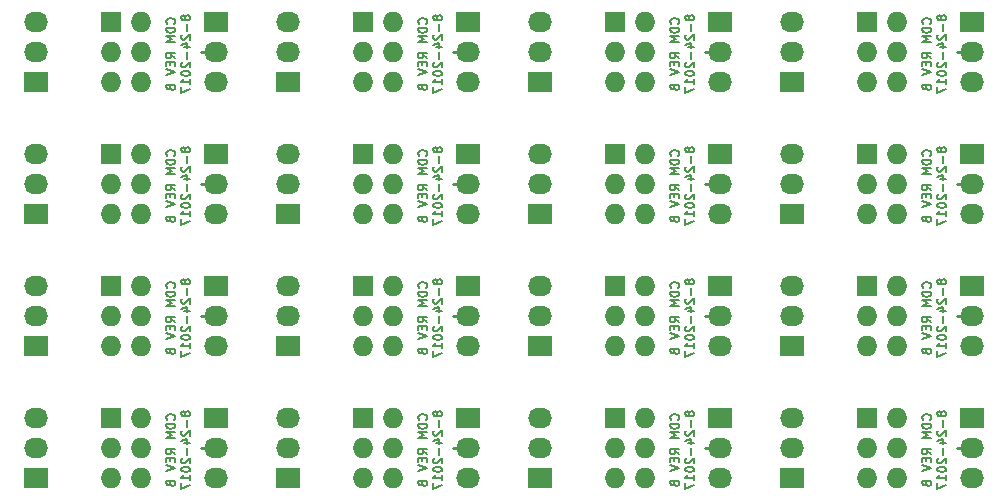
<source format=gbl>
G04 #@! TF.FileFunction,Copper,L2,Bot,Signal*
%FSLAX46Y46*%
G04 Gerber Fmt 4.6, Leading zero omitted, Abs format (unit mm)*
G04 Created by KiCad (PCBNEW 4.0.5+dfsg1-4) date Wed Oct 11 12:15:40 2017*
%MOMM*%
%LPD*%
G01*
G04 APERTURE LIST*
%ADD10C,0.100000*%
%ADD11C,0.150000*%
%ADD12R,2.032000X1.727200*%
%ADD13O,2.032000X1.727200*%
%ADD14R,1.727200X1.727200*%
%ADD15O,1.727200X1.727200*%
%ADD16C,0.250000*%
G04 APERTURE END LIST*
D10*
D11*
X127646357Y-80631429D02*
X127682071Y-80595715D01*
X127717786Y-80488572D01*
X127717786Y-80417143D01*
X127682071Y-80310000D01*
X127610643Y-80238572D01*
X127539214Y-80202857D01*
X127396357Y-80167143D01*
X127289214Y-80167143D01*
X127146357Y-80202857D01*
X127074929Y-80238572D01*
X127003500Y-80310000D01*
X126967786Y-80417143D01*
X126967786Y-80488572D01*
X127003500Y-80595715D01*
X127039214Y-80631429D01*
X127717786Y-80952857D02*
X126967786Y-80952857D01*
X126967786Y-81131429D01*
X127003500Y-81238572D01*
X127074929Y-81310000D01*
X127146357Y-81345715D01*
X127289214Y-81381429D01*
X127396357Y-81381429D01*
X127539214Y-81345715D01*
X127610643Y-81310000D01*
X127682071Y-81238572D01*
X127717786Y-81131429D01*
X127717786Y-80952857D01*
X127717786Y-81702857D02*
X126967786Y-81702857D01*
X127503500Y-81952857D01*
X126967786Y-82202857D01*
X127717786Y-82202857D01*
X127717786Y-83560001D02*
X127360643Y-83310001D01*
X127717786Y-83131429D02*
X126967786Y-83131429D01*
X126967786Y-83417144D01*
X127003500Y-83488572D01*
X127039214Y-83524287D01*
X127110643Y-83560001D01*
X127217786Y-83560001D01*
X127289214Y-83524287D01*
X127324929Y-83488572D01*
X127360643Y-83417144D01*
X127360643Y-83131429D01*
X127324929Y-83881429D02*
X127324929Y-84131429D01*
X127717786Y-84238572D02*
X127717786Y-83881429D01*
X126967786Y-83881429D01*
X126967786Y-84238572D01*
X126967786Y-84452858D02*
X127717786Y-84702858D01*
X126967786Y-84952858D01*
X127324929Y-86024286D02*
X127360643Y-86131429D01*
X127396357Y-86167144D01*
X127467786Y-86202858D01*
X127574929Y-86202858D01*
X127646357Y-86167144D01*
X127682071Y-86131429D01*
X127717786Y-86060001D01*
X127717786Y-85774286D01*
X126967786Y-85774286D01*
X126967786Y-86024286D01*
X127003500Y-86095715D01*
X127039214Y-86131429D01*
X127110643Y-86167144D01*
X127182071Y-86167144D01*
X127253500Y-86131429D01*
X127289214Y-86095715D01*
X127324929Y-86024286D01*
X127324929Y-85774286D01*
X128564214Y-80042142D02*
X128528500Y-79970714D01*
X128492786Y-79934999D01*
X128421357Y-79899285D01*
X128385643Y-79899285D01*
X128314214Y-79934999D01*
X128278500Y-79970714D01*
X128242786Y-80042142D01*
X128242786Y-80184999D01*
X128278500Y-80256428D01*
X128314214Y-80292142D01*
X128385643Y-80327857D01*
X128421357Y-80327857D01*
X128492786Y-80292142D01*
X128528500Y-80256428D01*
X128564214Y-80184999D01*
X128564214Y-80042142D01*
X128599929Y-79970714D01*
X128635643Y-79934999D01*
X128707071Y-79899285D01*
X128849929Y-79899285D01*
X128921357Y-79934999D01*
X128957071Y-79970714D01*
X128992786Y-80042142D01*
X128992786Y-80184999D01*
X128957071Y-80256428D01*
X128921357Y-80292142D01*
X128849929Y-80327857D01*
X128707071Y-80327857D01*
X128635643Y-80292142D01*
X128599929Y-80256428D01*
X128564214Y-80184999D01*
X128707071Y-80649285D02*
X128707071Y-81220714D01*
X128314214Y-81542142D02*
X128278500Y-81577856D01*
X128242786Y-81649285D01*
X128242786Y-81827856D01*
X128278500Y-81899285D01*
X128314214Y-81934999D01*
X128385643Y-81970714D01*
X128457071Y-81970714D01*
X128564214Y-81934999D01*
X128992786Y-81506428D01*
X128992786Y-81970714D01*
X128492786Y-82613571D02*
X128992786Y-82613571D01*
X128207071Y-82435000D02*
X128742786Y-82256428D01*
X128742786Y-82720714D01*
X128707071Y-83006428D02*
X128707071Y-83577857D01*
X128314214Y-83899285D02*
X128278500Y-83934999D01*
X128242786Y-84006428D01*
X128242786Y-84184999D01*
X128278500Y-84256428D01*
X128314214Y-84292142D01*
X128385643Y-84327857D01*
X128457071Y-84327857D01*
X128564214Y-84292142D01*
X128992786Y-83863571D01*
X128992786Y-84327857D01*
X128242786Y-84792143D02*
X128242786Y-84863571D01*
X128278500Y-84935000D01*
X128314214Y-84970714D01*
X128385643Y-85006428D01*
X128528500Y-85042143D01*
X128707071Y-85042143D01*
X128849929Y-85006428D01*
X128921357Y-84970714D01*
X128957071Y-84935000D01*
X128992786Y-84863571D01*
X128992786Y-84792143D01*
X128957071Y-84720714D01*
X128921357Y-84685000D01*
X128849929Y-84649285D01*
X128707071Y-84613571D01*
X128528500Y-84613571D01*
X128385643Y-84649285D01*
X128314214Y-84685000D01*
X128278500Y-84720714D01*
X128242786Y-84792143D01*
X128992786Y-85756429D02*
X128992786Y-85327857D01*
X128992786Y-85542143D02*
X128242786Y-85542143D01*
X128349929Y-85470714D01*
X128421357Y-85399286D01*
X128457071Y-85327857D01*
X128242786Y-86006429D02*
X128242786Y-86506429D01*
X128992786Y-86185000D01*
X148982357Y-91807429D02*
X149018071Y-91771715D01*
X149053786Y-91664572D01*
X149053786Y-91593143D01*
X149018071Y-91486000D01*
X148946643Y-91414572D01*
X148875214Y-91378857D01*
X148732357Y-91343143D01*
X148625214Y-91343143D01*
X148482357Y-91378857D01*
X148410929Y-91414572D01*
X148339500Y-91486000D01*
X148303786Y-91593143D01*
X148303786Y-91664572D01*
X148339500Y-91771715D01*
X148375214Y-91807429D01*
X149053786Y-92128857D02*
X148303786Y-92128857D01*
X148303786Y-92307429D01*
X148339500Y-92414572D01*
X148410929Y-92486000D01*
X148482357Y-92521715D01*
X148625214Y-92557429D01*
X148732357Y-92557429D01*
X148875214Y-92521715D01*
X148946643Y-92486000D01*
X149018071Y-92414572D01*
X149053786Y-92307429D01*
X149053786Y-92128857D01*
X149053786Y-92878857D02*
X148303786Y-92878857D01*
X148839500Y-93128857D01*
X148303786Y-93378857D01*
X149053786Y-93378857D01*
X149053786Y-94736001D02*
X148696643Y-94486001D01*
X149053786Y-94307429D02*
X148303786Y-94307429D01*
X148303786Y-94593144D01*
X148339500Y-94664572D01*
X148375214Y-94700287D01*
X148446643Y-94736001D01*
X148553786Y-94736001D01*
X148625214Y-94700287D01*
X148660929Y-94664572D01*
X148696643Y-94593144D01*
X148696643Y-94307429D01*
X148660929Y-95057429D02*
X148660929Y-95307429D01*
X149053786Y-95414572D02*
X149053786Y-95057429D01*
X148303786Y-95057429D01*
X148303786Y-95414572D01*
X148303786Y-95628858D02*
X149053786Y-95878858D01*
X148303786Y-96128858D01*
X148660929Y-97200286D02*
X148696643Y-97307429D01*
X148732357Y-97343144D01*
X148803786Y-97378858D01*
X148910929Y-97378858D01*
X148982357Y-97343144D01*
X149018071Y-97307429D01*
X149053786Y-97236001D01*
X149053786Y-96950286D01*
X148303786Y-96950286D01*
X148303786Y-97200286D01*
X148339500Y-97271715D01*
X148375214Y-97307429D01*
X148446643Y-97343144D01*
X148518071Y-97343144D01*
X148589500Y-97307429D01*
X148625214Y-97271715D01*
X148660929Y-97200286D01*
X148660929Y-96950286D01*
X149900214Y-91218142D02*
X149864500Y-91146714D01*
X149828786Y-91110999D01*
X149757357Y-91075285D01*
X149721643Y-91075285D01*
X149650214Y-91110999D01*
X149614500Y-91146714D01*
X149578786Y-91218142D01*
X149578786Y-91360999D01*
X149614500Y-91432428D01*
X149650214Y-91468142D01*
X149721643Y-91503857D01*
X149757357Y-91503857D01*
X149828786Y-91468142D01*
X149864500Y-91432428D01*
X149900214Y-91360999D01*
X149900214Y-91218142D01*
X149935929Y-91146714D01*
X149971643Y-91110999D01*
X150043071Y-91075285D01*
X150185929Y-91075285D01*
X150257357Y-91110999D01*
X150293071Y-91146714D01*
X150328786Y-91218142D01*
X150328786Y-91360999D01*
X150293071Y-91432428D01*
X150257357Y-91468142D01*
X150185929Y-91503857D01*
X150043071Y-91503857D01*
X149971643Y-91468142D01*
X149935929Y-91432428D01*
X149900214Y-91360999D01*
X150043071Y-91825285D02*
X150043071Y-92396714D01*
X149650214Y-92718142D02*
X149614500Y-92753856D01*
X149578786Y-92825285D01*
X149578786Y-93003856D01*
X149614500Y-93075285D01*
X149650214Y-93110999D01*
X149721643Y-93146714D01*
X149793071Y-93146714D01*
X149900214Y-93110999D01*
X150328786Y-92682428D01*
X150328786Y-93146714D01*
X149828786Y-93789571D02*
X150328786Y-93789571D01*
X149543071Y-93611000D02*
X150078786Y-93432428D01*
X150078786Y-93896714D01*
X150043071Y-94182428D02*
X150043071Y-94753857D01*
X149650214Y-95075285D02*
X149614500Y-95110999D01*
X149578786Y-95182428D01*
X149578786Y-95360999D01*
X149614500Y-95432428D01*
X149650214Y-95468142D01*
X149721643Y-95503857D01*
X149793071Y-95503857D01*
X149900214Y-95468142D01*
X150328786Y-95039571D01*
X150328786Y-95503857D01*
X149578786Y-95968143D02*
X149578786Y-96039571D01*
X149614500Y-96111000D01*
X149650214Y-96146714D01*
X149721643Y-96182428D01*
X149864500Y-96218143D01*
X150043071Y-96218143D01*
X150185929Y-96182428D01*
X150257357Y-96146714D01*
X150293071Y-96111000D01*
X150328786Y-96039571D01*
X150328786Y-95968143D01*
X150293071Y-95896714D01*
X150257357Y-95861000D01*
X150185929Y-95825285D01*
X150043071Y-95789571D01*
X149864500Y-95789571D01*
X149721643Y-95825285D01*
X149650214Y-95861000D01*
X149614500Y-95896714D01*
X149578786Y-95968143D01*
X150328786Y-96932429D02*
X150328786Y-96503857D01*
X150328786Y-96718143D02*
X149578786Y-96718143D01*
X149685929Y-96646714D01*
X149757357Y-96575286D01*
X149793071Y-96503857D01*
X149578786Y-97182429D02*
X149578786Y-97682429D01*
X150328786Y-97361000D01*
X148982357Y-80631429D02*
X149018071Y-80595715D01*
X149053786Y-80488572D01*
X149053786Y-80417143D01*
X149018071Y-80310000D01*
X148946643Y-80238572D01*
X148875214Y-80202857D01*
X148732357Y-80167143D01*
X148625214Y-80167143D01*
X148482357Y-80202857D01*
X148410929Y-80238572D01*
X148339500Y-80310000D01*
X148303786Y-80417143D01*
X148303786Y-80488572D01*
X148339500Y-80595715D01*
X148375214Y-80631429D01*
X149053786Y-80952857D02*
X148303786Y-80952857D01*
X148303786Y-81131429D01*
X148339500Y-81238572D01*
X148410929Y-81310000D01*
X148482357Y-81345715D01*
X148625214Y-81381429D01*
X148732357Y-81381429D01*
X148875214Y-81345715D01*
X148946643Y-81310000D01*
X149018071Y-81238572D01*
X149053786Y-81131429D01*
X149053786Y-80952857D01*
X149053786Y-81702857D02*
X148303786Y-81702857D01*
X148839500Y-81952857D01*
X148303786Y-82202857D01*
X149053786Y-82202857D01*
X149053786Y-83560001D02*
X148696643Y-83310001D01*
X149053786Y-83131429D02*
X148303786Y-83131429D01*
X148303786Y-83417144D01*
X148339500Y-83488572D01*
X148375214Y-83524287D01*
X148446643Y-83560001D01*
X148553786Y-83560001D01*
X148625214Y-83524287D01*
X148660929Y-83488572D01*
X148696643Y-83417144D01*
X148696643Y-83131429D01*
X148660929Y-83881429D02*
X148660929Y-84131429D01*
X149053786Y-84238572D02*
X149053786Y-83881429D01*
X148303786Y-83881429D01*
X148303786Y-84238572D01*
X148303786Y-84452858D02*
X149053786Y-84702858D01*
X148303786Y-84952858D01*
X148660929Y-86024286D02*
X148696643Y-86131429D01*
X148732357Y-86167144D01*
X148803786Y-86202858D01*
X148910929Y-86202858D01*
X148982357Y-86167144D01*
X149018071Y-86131429D01*
X149053786Y-86060001D01*
X149053786Y-85774286D01*
X148303786Y-85774286D01*
X148303786Y-86024286D01*
X148339500Y-86095715D01*
X148375214Y-86131429D01*
X148446643Y-86167144D01*
X148518071Y-86167144D01*
X148589500Y-86131429D01*
X148625214Y-86095715D01*
X148660929Y-86024286D01*
X148660929Y-85774286D01*
X149900214Y-80042142D02*
X149864500Y-79970714D01*
X149828786Y-79934999D01*
X149757357Y-79899285D01*
X149721643Y-79899285D01*
X149650214Y-79934999D01*
X149614500Y-79970714D01*
X149578786Y-80042142D01*
X149578786Y-80184999D01*
X149614500Y-80256428D01*
X149650214Y-80292142D01*
X149721643Y-80327857D01*
X149757357Y-80327857D01*
X149828786Y-80292142D01*
X149864500Y-80256428D01*
X149900214Y-80184999D01*
X149900214Y-80042142D01*
X149935929Y-79970714D01*
X149971643Y-79934999D01*
X150043071Y-79899285D01*
X150185929Y-79899285D01*
X150257357Y-79934999D01*
X150293071Y-79970714D01*
X150328786Y-80042142D01*
X150328786Y-80184999D01*
X150293071Y-80256428D01*
X150257357Y-80292142D01*
X150185929Y-80327857D01*
X150043071Y-80327857D01*
X149971643Y-80292142D01*
X149935929Y-80256428D01*
X149900214Y-80184999D01*
X150043071Y-80649285D02*
X150043071Y-81220714D01*
X149650214Y-81542142D02*
X149614500Y-81577856D01*
X149578786Y-81649285D01*
X149578786Y-81827856D01*
X149614500Y-81899285D01*
X149650214Y-81934999D01*
X149721643Y-81970714D01*
X149793071Y-81970714D01*
X149900214Y-81934999D01*
X150328786Y-81506428D01*
X150328786Y-81970714D01*
X149828786Y-82613571D02*
X150328786Y-82613571D01*
X149543071Y-82435000D02*
X150078786Y-82256428D01*
X150078786Y-82720714D01*
X150043071Y-83006428D02*
X150043071Y-83577857D01*
X149650214Y-83899285D02*
X149614500Y-83934999D01*
X149578786Y-84006428D01*
X149578786Y-84184999D01*
X149614500Y-84256428D01*
X149650214Y-84292142D01*
X149721643Y-84327857D01*
X149793071Y-84327857D01*
X149900214Y-84292142D01*
X150328786Y-83863571D01*
X150328786Y-84327857D01*
X149578786Y-84792143D02*
X149578786Y-84863571D01*
X149614500Y-84935000D01*
X149650214Y-84970714D01*
X149721643Y-85006428D01*
X149864500Y-85042143D01*
X150043071Y-85042143D01*
X150185929Y-85006428D01*
X150257357Y-84970714D01*
X150293071Y-84935000D01*
X150328786Y-84863571D01*
X150328786Y-84792143D01*
X150293071Y-84720714D01*
X150257357Y-84685000D01*
X150185929Y-84649285D01*
X150043071Y-84613571D01*
X149864500Y-84613571D01*
X149721643Y-84649285D01*
X149650214Y-84685000D01*
X149614500Y-84720714D01*
X149578786Y-84792143D01*
X150328786Y-85756429D02*
X150328786Y-85327857D01*
X150328786Y-85542143D02*
X149578786Y-85542143D01*
X149685929Y-85470714D01*
X149757357Y-85399286D01*
X149793071Y-85327857D01*
X149578786Y-86006429D02*
X149578786Y-86506429D01*
X150328786Y-86185000D01*
X127646357Y-91807429D02*
X127682071Y-91771715D01*
X127717786Y-91664572D01*
X127717786Y-91593143D01*
X127682071Y-91486000D01*
X127610643Y-91414572D01*
X127539214Y-91378857D01*
X127396357Y-91343143D01*
X127289214Y-91343143D01*
X127146357Y-91378857D01*
X127074929Y-91414572D01*
X127003500Y-91486000D01*
X126967786Y-91593143D01*
X126967786Y-91664572D01*
X127003500Y-91771715D01*
X127039214Y-91807429D01*
X127717786Y-92128857D02*
X126967786Y-92128857D01*
X126967786Y-92307429D01*
X127003500Y-92414572D01*
X127074929Y-92486000D01*
X127146357Y-92521715D01*
X127289214Y-92557429D01*
X127396357Y-92557429D01*
X127539214Y-92521715D01*
X127610643Y-92486000D01*
X127682071Y-92414572D01*
X127717786Y-92307429D01*
X127717786Y-92128857D01*
X127717786Y-92878857D02*
X126967786Y-92878857D01*
X127503500Y-93128857D01*
X126967786Y-93378857D01*
X127717786Y-93378857D01*
X127717786Y-94736001D02*
X127360643Y-94486001D01*
X127717786Y-94307429D02*
X126967786Y-94307429D01*
X126967786Y-94593144D01*
X127003500Y-94664572D01*
X127039214Y-94700287D01*
X127110643Y-94736001D01*
X127217786Y-94736001D01*
X127289214Y-94700287D01*
X127324929Y-94664572D01*
X127360643Y-94593144D01*
X127360643Y-94307429D01*
X127324929Y-95057429D02*
X127324929Y-95307429D01*
X127717786Y-95414572D02*
X127717786Y-95057429D01*
X126967786Y-95057429D01*
X126967786Y-95414572D01*
X126967786Y-95628858D02*
X127717786Y-95878858D01*
X126967786Y-96128858D01*
X127324929Y-97200286D02*
X127360643Y-97307429D01*
X127396357Y-97343144D01*
X127467786Y-97378858D01*
X127574929Y-97378858D01*
X127646357Y-97343144D01*
X127682071Y-97307429D01*
X127717786Y-97236001D01*
X127717786Y-96950286D01*
X126967786Y-96950286D01*
X126967786Y-97200286D01*
X127003500Y-97271715D01*
X127039214Y-97307429D01*
X127110643Y-97343144D01*
X127182071Y-97343144D01*
X127253500Y-97307429D01*
X127289214Y-97271715D01*
X127324929Y-97200286D01*
X127324929Y-96950286D01*
X128564214Y-91218142D02*
X128528500Y-91146714D01*
X128492786Y-91110999D01*
X128421357Y-91075285D01*
X128385643Y-91075285D01*
X128314214Y-91110999D01*
X128278500Y-91146714D01*
X128242786Y-91218142D01*
X128242786Y-91360999D01*
X128278500Y-91432428D01*
X128314214Y-91468142D01*
X128385643Y-91503857D01*
X128421357Y-91503857D01*
X128492786Y-91468142D01*
X128528500Y-91432428D01*
X128564214Y-91360999D01*
X128564214Y-91218142D01*
X128599929Y-91146714D01*
X128635643Y-91110999D01*
X128707071Y-91075285D01*
X128849929Y-91075285D01*
X128921357Y-91110999D01*
X128957071Y-91146714D01*
X128992786Y-91218142D01*
X128992786Y-91360999D01*
X128957071Y-91432428D01*
X128921357Y-91468142D01*
X128849929Y-91503857D01*
X128707071Y-91503857D01*
X128635643Y-91468142D01*
X128599929Y-91432428D01*
X128564214Y-91360999D01*
X128707071Y-91825285D02*
X128707071Y-92396714D01*
X128314214Y-92718142D02*
X128278500Y-92753856D01*
X128242786Y-92825285D01*
X128242786Y-93003856D01*
X128278500Y-93075285D01*
X128314214Y-93110999D01*
X128385643Y-93146714D01*
X128457071Y-93146714D01*
X128564214Y-93110999D01*
X128992786Y-92682428D01*
X128992786Y-93146714D01*
X128492786Y-93789571D02*
X128992786Y-93789571D01*
X128207071Y-93611000D02*
X128742786Y-93432428D01*
X128742786Y-93896714D01*
X128707071Y-94182428D02*
X128707071Y-94753857D01*
X128314214Y-95075285D02*
X128278500Y-95110999D01*
X128242786Y-95182428D01*
X128242786Y-95360999D01*
X128278500Y-95432428D01*
X128314214Y-95468142D01*
X128385643Y-95503857D01*
X128457071Y-95503857D01*
X128564214Y-95468142D01*
X128992786Y-95039571D01*
X128992786Y-95503857D01*
X128242786Y-95968143D02*
X128242786Y-96039571D01*
X128278500Y-96111000D01*
X128314214Y-96146714D01*
X128385643Y-96182428D01*
X128528500Y-96218143D01*
X128707071Y-96218143D01*
X128849929Y-96182428D01*
X128921357Y-96146714D01*
X128957071Y-96111000D01*
X128992786Y-96039571D01*
X128992786Y-95968143D01*
X128957071Y-95896714D01*
X128921357Y-95861000D01*
X128849929Y-95825285D01*
X128707071Y-95789571D01*
X128528500Y-95789571D01*
X128385643Y-95825285D01*
X128314214Y-95861000D01*
X128278500Y-95896714D01*
X128242786Y-95968143D01*
X128992786Y-96932429D02*
X128992786Y-96503857D01*
X128992786Y-96718143D02*
X128242786Y-96718143D01*
X128349929Y-96646714D01*
X128421357Y-96575286D01*
X128457071Y-96503857D01*
X128242786Y-97182429D02*
X128242786Y-97682429D01*
X128992786Y-97361000D01*
X191654357Y-80631429D02*
X191690071Y-80595715D01*
X191725786Y-80488572D01*
X191725786Y-80417143D01*
X191690071Y-80310000D01*
X191618643Y-80238572D01*
X191547214Y-80202857D01*
X191404357Y-80167143D01*
X191297214Y-80167143D01*
X191154357Y-80202857D01*
X191082929Y-80238572D01*
X191011500Y-80310000D01*
X190975786Y-80417143D01*
X190975786Y-80488572D01*
X191011500Y-80595715D01*
X191047214Y-80631429D01*
X191725786Y-80952857D02*
X190975786Y-80952857D01*
X190975786Y-81131429D01*
X191011500Y-81238572D01*
X191082929Y-81310000D01*
X191154357Y-81345715D01*
X191297214Y-81381429D01*
X191404357Y-81381429D01*
X191547214Y-81345715D01*
X191618643Y-81310000D01*
X191690071Y-81238572D01*
X191725786Y-81131429D01*
X191725786Y-80952857D01*
X191725786Y-81702857D02*
X190975786Y-81702857D01*
X191511500Y-81952857D01*
X190975786Y-82202857D01*
X191725786Y-82202857D01*
X191725786Y-83560001D02*
X191368643Y-83310001D01*
X191725786Y-83131429D02*
X190975786Y-83131429D01*
X190975786Y-83417144D01*
X191011500Y-83488572D01*
X191047214Y-83524287D01*
X191118643Y-83560001D01*
X191225786Y-83560001D01*
X191297214Y-83524287D01*
X191332929Y-83488572D01*
X191368643Y-83417144D01*
X191368643Y-83131429D01*
X191332929Y-83881429D02*
X191332929Y-84131429D01*
X191725786Y-84238572D02*
X191725786Y-83881429D01*
X190975786Y-83881429D01*
X190975786Y-84238572D01*
X190975786Y-84452858D02*
X191725786Y-84702858D01*
X190975786Y-84952858D01*
X191332929Y-86024286D02*
X191368643Y-86131429D01*
X191404357Y-86167144D01*
X191475786Y-86202858D01*
X191582929Y-86202858D01*
X191654357Y-86167144D01*
X191690071Y-86131429D01*
X191725786Y-86060001D01*
X191725786Y-85774286D01*
X190975786Y-85774286D01*
X190975786Y-86024286D01*
X191011500Y-86095715D01*
X191047214Y-86131429D01*
X191118643Y-86167144D01*
X191190071Y-86167144D01*
X191261500Y-86131429D01*
X191297214Y-86095715D01*
X191332929Y-86024286D01*
X191332929Y-85774286D01*
X192572214Y-80042142D02*
X192536500Y-79970714D01*
X192500786Y-79934999D01*
X192429357Y-79899285D01*
X192393643Y-79899285D01*
X192322214Y-79934999D01*
X192286500Y-79970714D01*
X192250786Y-80042142D01*
X192250786Y-80184999D01*
X192286500Y-80256428D01*
X192322214Y-80292142D01*
X192393643Y-80327857D01*
X192429357Y-80327857D01*
X192500786Y-80292142D01*
X192536500Y-80256428D01*
X192572214Y-80184999D01*
X192572214Y-80042142D01*
X192607929Y-79970714D01*
X192643643Y-79934999D01*
X192715071Y-79899285D01*
X192857929Y-79899285D01*
X192929357Y-79934999D01*
X192965071Y-79970714D01*
X193000786Y-80042142D01*
X193000786Y-80184999D01*
X192965071Y-80256428D01*
X192929357Y-80292142D01*
X192857929Y-80327857D01*
X192715071Y-80327857D01*
X192643643Y-80292142D01*
X192607929Y-80256428D01*
X192572214Y-80184999D01*
X192715071Y-80649285D02*
X192715071Y-81220714D01*
X192322214Y-81542142D02*
X192286500Y-81577856D01*
X192250786Y-81649285D01*
X192250786Y-81827856D01*
X192286500Y-81899285D01*
X192322214Y-81934999D01*
X192393643Y-81970714D01*
X192465071Y-81970714D01*
X192572214Y-81934999D01*
X193000786Y-81506428D01*
X193000786Y-81970714D01*
X192500786Y-82613571D02*
X193000786Y-82613571D01*
X192215071Y-82435000D02*
X192750786Y-82256428D01*
X192750786Y-82720714D01*
X192715071Y-83006428D02*
X192715071Y-83577857D01*
X192322214Y-83899285D02*
X192286500Y-83934999D01*
X192250786Y-84006428D01*
X192250786Y-84184999D01*
X192286500Y-84256428D01*
X192322214Y-84292142D01*
X192393643Y-84327857D01*
X192465071Y-84327857D01*
X192572214Y-84292142D01*
X193000786Y-83863571D01*
X193000786Y-84327857D01*
X192250786Y-84792143D02*
X192250786Y-84863571D01*
X192286500Y-84935000D01*
X192322214Y-84970714D01*
X192393643Y-85006428D01*
X192536500Y-85042143D01*
X192715071Y-85042143D01*
X192857929Y-85006428D01*
X192929357Y-84970714D01*
X192965071Y-84935000D01*
X193000786Y-84863571D01*
X193000786Y-84792143D01*
X192965071Y-84720714D01*
X192929357Y-84685000D01*
X192857929Y-84649285D01*
X192715071Y-84613571D01*
X192536500Y-84613571D01*
X192393643Y-84649285D01*
X192322214Y-84685000D01*
X192286500Y-84720714D01*
X192250786Y-84792143D01*
X193000786Y-85756429D02*
X193000786Y-85327857D01*
X193000786Y-85542143D02*
X192250786Y-85542143D01*
X192357929Y-85470714D01*
X192429357Y-85399286D01*
X192465071Y-85327857D01*
X192250786Y-86006429D02*
X192250786Y-86506429D01*
X193000786Y-86185000D01*
X191654357Y-91807429D02*
X191690071Y-91771715D01*
X191725786Y-91664572D01*
X191725786Y-91593143D01*
X191690071Y-91486000D01*
X191618643Y-91414572D01*
X191547214Y-91378857D01*
X191404357Y-91343143D01*
X191297214Y-91343143D01*
X191154357Y-91378857D01*
X191082929Y-91414572D01*
X191011500Y-91486000D01*
X190975786Y-91593143D01*
X190975786Y-91664572D01*
X191011500Y-91771715D01*
X191047214Y-91807429D01*
X191725786Y-92128857D02*
X190975786Y-92128857D01*
X190975786Y-92307429D01*
X191011500Y-92414572D01*
X191082929Y-92486000D01*
X191154357Y-92521715D01*
X191297214Y-92557429D01*
X191404357Y-92557429D01*
X191547214Y-92521715D01*
X191618643Y-92486000D01*
X191690071Y-92414572D01*
X191725786Y-92307429D01*
X191725786Y-92128857D01*
X191725786Y-92878857D02*
X190975786Y-92878857D01*
X191511500Y-93128857D01*
X190975786Y-93378857D01*
X191725786Y-93378857D01*
X191725786Y-94736001D02*
X191368643Y-94486001D01*
X191725786Y-94307429D02*
X190975786Y-94307429D01*
X190975786Y-94593144D01*
X191011500Y-94664572D01*
X191047214Y-94700287D01*
X191118643Y-94736001D01*
X191225786Y-94736001D01*
X191297214Y-94700287D01*
X191332929Y-94664572D01*
X191368643Y-94593144D01*
X191368643Y-94307429D01*
X191332929Y-95057429D02*
X191332929Y-95307429D01*
X191725786Y-95414572D02*
X191725786Y-95057429D01*
X190975786Y-95057429D01*
X190975786Y-95414572D01*
X190975786Y-95628858D02*
X191725786Y-95878858D01*
X190975786Y-96128858D01*
X191332929Y-97200286D02*
X191368643Y-97307429D01*
X191404357Y-97343144D01*
X191475786Y-97378858D01*
X191582929Y-97378858D01*
X191654357Y-97343144D01*
X191690071Y-97307429D01*
X191725786Y-97236001D01*
X191725786Y-96950286D01*
X190975786Y-96950286D01*
X190975786Y-97200286D01*
X191011500Y-97271715D01*
X191047214Y-97307429D01*
X191118643Y-97343144D01*
X191190071Y-97343144D01*
X191261500Y-97307429D01*
X191297214Y-97271715D01*
X191332929Y-97200286D01*
X191332929Y-96950286D01*
X192572214Y-91218142D02*
X192536500Y-91146714D01*
X192500786Y-91110999D01*
X192429357Y-91075285D01*
X192393643Y-91075285D01*
X192322214Y-91110999D01*
X192286500Y-91146714D01*
X192250786Y-91218142D01*
X192250786Y-91360999D01*
X192286500Y-91432428D01*
X192322214Y-91468142D01*
X192393643Y-91503857D01*
X192429357Y-91503857D01*
X192500786Y-91468142D01*
X192536500Y-91432428D01*
X192572214Y-91360999D01*
X192572214Y-91218142D01*
X192607929Y-91146714D01*
X192643643Y-91110999D01*
X192715071Y-91075285D01*
X192857929Y-91075285D01*
X192929357Y-91110999D01*
X192965071Y-91146714D01*
X193000786Y-91218142D01*
X193000786Y-91360999D01*
X192965071Y-91432428D01*
X192929357Y-91468142D01*
X192857929Y-91503857D01*
X192715071Y-91503857D01*
X192643643Y-91468142D01*
X192607929Y-91432428D01*
X192572214Y-91360999D01*
X192715071Y-91825285D02*
X192715071Y-92396714D01*
X192322214Y-92718142D02*
X192286500Y-92753856D01*
X192250786Y-92825285D01*
X192250786Y-93003856D01*
X192286500Y-93075285D01*
X192322214Y-93110999D01*
X192393643Y-93146714D01*
X192465071Y-93146714D01*
X192572214Y-93110999D01*
X193000786Y-92682428D01*
X193000786Y-93146714D01*
X192500786Y-93789571D02*
X193000786Y-93789571D01*
X192215071Y-93611000D02*
X192750786Y-93432428D01*
X192750786Y-93896714D01*
X192715071Y-94182428D02*
X192715071Y-94753857D01*
X192322214Y-95075285D02*
X192286500Y-95110999D01*
X192250786Y-95182428D01*
X192250786Y-95360999D01*
X192286500Y-95432428D01*
X192322214Y-95468142D01*
X192393643Y-95503857D01*
X192465071Y-95503857D01*
X192572214Y-95468142D01*
X193000786Y-95039571D01*
X193000786Y-95503857D01*
X192250786Y-95968143D02*
X192250786Y-96039571D01*
X192286500Y-96111000D01*
X192322214Y-96146714D01*
X192393643Y-96182428D01*
X192536500Y-96218143D01*
X192715071Y-96218143D01*
X192857929Y-96182428D01*
X192929357Y-96146714D01*
X192965071Y-96111000D01*
X193000786Y-96039571D01*
X193000786Y-95968143D01*
X192965071Y-95896714D01*
X192929357Y-95861000D01*
X192857929Y-95825285D01*
X192715071Y-95789571D01*
X192536500Y-95789571D01*
X192393643Y-95825285D01*
X192322214Y-95861000D01*
X192286500Y-95896714D01*
X192250786Y-95968143D01*
X193000786Y-96932429D02*
X193000786Y-96503857D01*
X193000786Y-96718143D02*
X192250786Y-96718143D01*
X192357929Y-96646714D01*
X192429357Y-96575286D01*
X192465071Y-96503857D01*
X192250786Y-97182429D02*
X192250786Y-97682429D01*
X193000786Y-97361000D01*
X170318357Y-91807429D02*
X170354071Y-91771715D01*
X170389786Y-91664572D01*
X170389786Y-91593143D01*
X170354071Y-91486000D01*
X170282643Y-91414572D01*
X170211214Y-91378857D01*
X170068357Y-91343143D01*
X169961214Y-91343143D01*
X169818357Y-91378857D01*
X169746929Y-91414572D01*
X169675500Y-91486000D01*
X169639786Y-91593143D01*
X169639786Y-91664572D01*
X169675500Y-91771715D01*
X169711214Y-91807429D01*
X170389786Y-92128857D02*
X169639786Y-92128857D01*
X169639786Y-92307429D01*
X169675500Y-92414572D01*
X169746929Y-92486000D01*
X169818357Y-92521715D01*
X169961214Y-92557429D01*
X170068357Y-92557429D01*
X170211214Y-92521715D01*
X170282643Y-92486000D01*
X170354071Y-92414572D01*
X170389786Y-92307429D01*
X170389786Y-92128857D01*
X170389786Y-92878857D02*
X169639786Y-92878857D01*
X170175500Y-93128857D01*
X169639786Y-93378857D01*
X170389786Y-93378857D01*
X170389786Y-94736001D02*
X170032643Y-94486001D01*
X170389786Y-94307429D02*
X169639786Y-94307429D01*
X169639786Y-94593144D01*
X169675500Y-94664572D01*
X169711214Y-94700287D01*
X169782643Y-94736001D01*
X169889786Y-94736001D01*
X169961214Y-94700287D01*
X169996929Y-94664572D01*
X170032643Y-94593144D01*
X170032643Y-94307429D01*
X169996929Y-95057429D02*
X169996929Y-95307429D01*
X170389786Y-95414572D02*
X170389786Y-95057429D01*
X169639786Y-95057429D01*
X169639786Y-95414572D01*
X169639786Y-95628858D02*
X170389786Y-95878858D01*
X169639786Y-96128858D01*
X169996929Y-97200286D02*
X170032643Y-97307429D01*
X170068357Y-97343144D01*
X170139786Y-97378858D01*
X170246929Y-97378858D01*
X170318357Y-97343144D01*
X170354071Y-97307429D01*
X170389786Y-97236001D01*
X170389786Y-96950286D01*
X169639786Y-96950286D01*
X169639786Y-97200286D01*
X169675500Y-97271715D01*
X169711214Y-97307429D01*
X169782643Y-97343144D01*
X169854071Y-97343144D01*
X169925500Y-97307429D01*
X169961214Y-97271715D01*
X169996929Y-97200286D01*
X169996929Y-96950286D01*
X171236214Y-91218142D02*
X171200500Y-91146714D01*
X171164786Y-91110999D01*
X171093357Y-91075285D01*
X171057643Y-91075285D01*
X170986214Y-91110999D01*
X170950500Y-91146714D01*
X170914786Y-91218142D01*
X170914786Y-91360999D01*
X170950500Y-91432428D01*
X170986214Y-91468142D01*
X171057643Y-91503857D01*
X171093357Y-91503857D01*
X171164786Y-91468142D01*
X171200500Y-91432428D01*
X171236214Y-91360999D01*
X171236214Y-91218142D01*
X171271929Y-91146714D01*
X171307643Y-91110999D01*
X171379071Y-91075285D01*
X171521929Y-91075285D01*
X171593357Y-91110999D01*
X171629071Y-91146714D01*
X171664786Y-91218142D01*
X171664786Y-91360999D01*
X171629071Y-91432428D01*
X171593357Y-91468142D01*
X171521929Y-91503857D01*
X171379071Y-91503857D01*
X171307643Y-91468142D01*
X171271929Y-91432428D01*
X171236214Y-91360999D01*
X171379071Y-91825285D02*
X171379071Y-92396714D01*
X170986214Y-92718142D02*
X170950500Y-92753856D01*
X170914786Y-92825285D01*
X170914786Y-93003856D01*
X170950500Y-93075285D01*
X170986214Y-93110999D01*
X171057643Y-93146714D01*
X171129071Y-93146714D01*
X171236214Y-93110999D01*
X171664786Y-92682428D01*
X171664786Y-93146714D01*
X171164786Y-93789571D02*
X171664786Y-93789571D01*
X170879071Y-93611000D02*
X171414786Y-93432428D01*
X171414786Y-93896714D01*
X171379071Y-94182428D02*
X171379071Y-94753857D01*
X170986214Y-95075285D02*
X170950500Y-95110999D01*
X170914786Y-95182428D01*
X170914786Y-95360999D01*
X170950500Y-95432428D01*
X170986214Y-95468142D01*
X171057643Y-95503857D01*
X171129071Y-95503857D01*
X171236214Y-95468142D01*
X171664786Y-95039571D01*
X171664786Y-95503857D01*
X170914786Y-95968143D02*
X170914786Y-96039571D01*
X170950500Y-96111000D01*
X170986214Y-96146714D01*
X171057643Y-96182428D01*
X171200500Y-96218143D01*
X171379071Y-96218143D01*
X171521929Y-96182428D01*
X171593357Y-96146714D01*
X171629071Y-96111000D01*
X171664786Y-96039571D01*
X171664786Y-95968143D01*
X171629071Y-95896714D01*
X171593357Y-95861000D01*
X171521929Y-95825285D01*
X171379071Y-95789571D01*
X171200500Y-95789571D01*
X171057643Y-95825285D01*
X170986214Y-95861000D01*
X170950500Y-95896714D01*
X170914786Y-95968143D01*
X171664786Y-96932429D02*
X171664786Y-96503857D01*
X171664786Y-96718143D02*
X170914786Y-96718143D01*
X171021929Y-96646714D01*
X171093357Y-96575286D01*
X171129071Y-96503857D01*
X170914786Y-97182429D02*
X170914786Y-97682429D01*
X171664786Y-97361000D01*
X170318357Y-80631429D02*
X170354071Y-80595715D01*
X170389786Y-80488572D01*
X170389786Y-80417143D01*
X170354071Y-80310000D01*
X170282643Y-80238572D01*
X170211214Y-80202857D01*
X170068357Y-80167143D01*
X169961214Y-80167143D01*
X169818357Y-80202857D01*
X169746929Y-80238572D01*
X169675500Y-80310000D01*
X169639786Y-80417143D01*
X169639786Y-80488572D01*
X169675500Y-80595715D01*
X169711214Y-80631429D01*
X170389786Y-80952857D02*
X169639786Y-80952857D01*
X169639786Y-81131429D01*
X169675500Y-81238572D01*
X169746929Y-81310000D01*
X169818357Y-81345715D01*
X169961214Y-81381429D01*
X170068357Y-81381429D01*
X170211214Y-81345715D01*
X170282643Y-81310000D01*
X170354071Y-81238572D01*
X170389786Y-81131429D01*
X170389786Y-80952857D01*
X170389786Y-81702857D02*
X169639786Y-81702857D01*
X170175500Y-81952857D01*
X169639786Y-82202857D01*
X170389786Y-82202857D01*
X170389786Y-83560001D02*
X170032643Y-83310001D01*
X170389786Y-83131429D02*
X169639786Y-83131429D01*
X169639786Y-83417144D01*
X169675500Y-83488572D01*
X169711214Y-83524287D01*
X169782643Y-83560001D01*
X169889786Y-83560001D01*
X169961214Y-83524287D01*
X169996929Y-83488572D01*
X170032643Y-83417144D01*
X170032643Y-83131429D01*
X169996929Y-83881429D02*
X169996929Y-84131429D01*
X170389786Y-84238572D02*
X170389786Y-83881429D01*
X169639786Y-83881429D01*
X169639786Y-84238572D01*
X169639786Y-84452858D02*
X170389786Y-84702858D01*
X169639786Y-84952858D01*
X169996929Y-86024286D02*
X170032643Y-86131429D01*
X170068357Y-86167144D01*
X170139786Y-86202858D01*
X170246929Y-86202858D01*
X170318357Y-86167144D01*
X170354071Y-86131429D01*
X170389786Y-86060001D01*
X170389786Y-85774286D01*
X169639786Y-85774286D01*
X169639786Y-86024286D01*
X169675500Y-86095715D01*
X169711214Y-86131429D01*
X169782643Y-86167144D01*
X169854071Y-86167144D01*
X169925500Y-86131429D01*
X169961214Y-86095715D01*
X169996929Y-86024286D01*
X169996929Y-85774286D01*
X171236214Y-80042142D02*
X171200500Y-79970714D01*
X171164786Y-79934999D01*
X171093357Y-79899285D01*
X171057643Y-79899285D01*
X170986214Y-79934999D01*
X170950500Y-79970714D01*
X170914786Y-80042142D01*
X170914786Y-80184999D01*
X170950500Y-80256428D01*
X170986214Y-80292142D01*
X171057643Y-80327857D01*
X171093357Y-80327857D01*
X171164786Y-80292142D01*
X171200500Y-80256428D01*
X171236214Y-80184999D01*
X171236214Y-80042142D01*
X171271929Y-79970714D01*
X171307643Y-79934999D01*
X171379071Y-79899285D01*
X171521929Y-79899285D01*
X171593357Y-79934999D01*
X171629071Y-79970714D01*
X171664786Y-80042142D01*
X171664786Y-80184999D01*
X171629071Y-80256428D01*
X171593357Y-80292142D01*
X171521929Y-80327857D01*
X171379071Y-80327857D01*
X171307643Y-80292142D01*
X171271929Y-80256428D01*
X171236214Y-80184999D01*
X171379071Y-80649285D02*
X171379071Y-81220714D01*
X170986214Y-81542142D02*
X170950500Y-81577856D01*
X170914786Y-81649285D01*
X170914786Y-81827856D01*
X170950500Y-81899285D01*
X170986214Y-81934999D01*
X171057643Y-81970714D01*
X171129071Y-81970714D01*
X171236214Y-81934999D01*
X171664786Y-81506428D01*
X171664786Y-81970714D01*
X171164786Y-82613571D02*
X171664786Y-82613571D01*
X170879071Y-82435000D02*
X171414786Y-82256428D01*
X171414786Y-82720714D01*
X171379071Y-83006428D02*
X171379071Y-83577857D01*
X170986214Y-83899285D02*
X170950500Y-83934999D01*
X170914786Y-84006428D01*
X170914786Y-84184999D01*
X170950500Y-84256428D01*
X170986214Y-84292142D01*
X171057643Y-84327857D01*
X171129071Y-84327857D01*
X171236214Y-84292142D01*
X171664786Y-83863571D01*
X171664786Y-84327857D01*
X170914786Y-84792143D02*
X170914786Y-84863571D01*
X170950500Y-84935000D01*
X170986214Y-84970714D01*
X171057643Y-85006428D01*
X171200500Y-85042143D01*
X171379071Y-85042143D01*
X171521929Y-85006428D01*
X171593357Y-84970714D01*
X171629071Y-84935000D01*
X171664786Y-84863571D01*
X171664786Y-84792143D01*
X171629071Y-84720714D01*
X171593357Y-84685000D01*
X171521929Y-84649285D01*
X171379071Y-84613571D01*
X171200500Y-84613571D01*
X171057643Y-84649285D01*
X170986214Y-84685000D01*
X170950500Y-84720714D01*
X170914786Y-84792143D01*
X171664786Y-85756429D02*
X171664786Y-85327857D01*
X171664786Y-85542143D02*
X170914786Y-85542143D01*
X171021929Y-85470714D01*
X171093357Y-85399286D01*
X171129071Y-85327857D01*
X170914786Y-86006429D02*
X170914786Y-86506429D01*
X171664786Y-86185000D01*
X127646357Y-102983429D02*
X127682071Y-102947715D01*
X127717786Y-102840572D01*
X127717786Y-102769143D01*
X127682071Y-102662000D01*
X127610643Y-102590572D01*
X127539214Y-102554857D01*
X127396357Y-102519143D01*
X127289214Y-102519143D01*
X127146357Y-102554857D01*
X127074929Y-102590572D01*
X127003500Y-102662000D01*
X126967786Y-102769143D01*
X126967786Y-102840572D01*
X127003500Y-102947715D01*
X127039214Y-102983429D01*
X127717786Y-103304857D02*
X126967786Y-103304857D01*
X126967786Y-103483429D01*
X127003500Y-103590572D01*
X127074929Y-103662000D01*
X127146357Y-103697715D01*
X127289214Y-103733429D01*
X127396357Y-103733429D01*
X127539214Y-103697715D01*
X127610643Y-103662000D01*
X127682071Y-103590572D01*
X127717786Y-103483429D01*
X127717786Y-103304857D01*
X127717786Y-104054857D02*
X126967786Y-104054857D01*
X127503500Y-104304857D01*
X126967786Y-104554857D01*
X127717786Y-104554857D01*
X127717786Y-105912001D02*
X127360643Y-105662001D01*
X127717786Y-105483429D02*
X126967786Y-105483429D01*
X126967786Y-105769144D01*
X127003500Y-105840572D01*
X127039214Y-105876287D01*
X127110643Y-105912001D01*
X127217786Y-105912001D01*
X127289214Y-105876287D01*
X127324929Y-105840572D01*
X127360643Y-105769144D01*
X127360643Y-105483429D01*
X127324929Y-106233429D02*
X127324929Y-106483429D01*
X127717786Y-106590572D02*
X127717786Y-106233429D01*
X126967786Y-106233429D01*
X126967786Y-106590572D01*
X126967786Y-106804858D02*
X127717786Y-107054858D01*
X126967786Y-107304858D01*
X127324929Y-108376286D02*
X127360643Y-108483429D01*
X127396357Y-108519144D01*
X127467786Y-108554858D01*
X127574929Y-108554858D01*
X127646357Y-108519144D01*
X127682071Y-108483429D01*
X127717786Y-108412001D01*
X127717786Y-108126286D01*
X126967786Y-108126286D01*
X126967786Y-108376286D01*
X127003500Y-108447715D01*
X127039214Y-108483429D01*
X127110643Y-108519144D01*
X127182071Y-108519144D01*
X127253500Y-108483429D01*
X127289214Y-108447715D01*
X127324929Y-108376286D01*
X127324929Y-108126286D01*
X128564214Y-102394142D02*
X128528500Y-102322714D01*
X128492786Y-102286999D01*
X128421357Y-102251285D01*
X128385643Y-102251285D01*
X128314214Y-102286999D01*
X128278500Y-102322714D01*
X128242786Y-102394142D01*
X128242786Y-102536999D01*
X128278500Y-102608428D01*
X128314214Y-102644142D01*
X128385643Y-102679857D01*
X128421357Y-102679857D01*
X128492786Y-102644142D01*
X128528500Y-102608428D01*
X128564214Y-102536999D01*
X128564214Y-102394142D01*
X128599929Y-102322714D01*
X128635643Y-102286999D01*
X128707071Y-102251285D01*
X128849929Y-102251285D01*
X128921357Y-102286999D01*
X128957071Y-102322714D01*
X128992786Y-102394142D01*
X128992786Y-102536999D01*
X128957071Y-102608428D01*
X128921357Y-102644142D01*
X128849929Y-102679857D01*
X128707071Y-102679857D01*
X128635643Y-102644142D01*
X128599929Y-102608428D01*
X128564214Y-102536999D01*
X128707071Y-103001285D02*
X128707071Y-103572714D01*
X128314214Y-103894142D02*
X128278500Y-103929856D01*
X128242786Y-104001285D01*
X128242786Y-104179856D01*
X128278500Y-104251285D01*
X128314214Y-104286999D01*
X128385643Y-104322714D01*
X128457071Y-104322714D01*
X128564214Y-104286999D01*
X128992786Y-103858428D01*
X128992786Y-104322714D01*
X128492786Y-104965571D02*
X128992786Y-104965571D01*
X128207071Y-104787000D02*
X128742786Y-104608428D01*
X128742786Y-105072714D01*
X128707071Y-105358428D02*
X128707071Y-105929857D01*
X128314214Y-106251285D02*
X128278500Y-106286999D01*
X128242786Y-106358428D01*
X128242786Y-106536999D01*
X128278500Y-106608428D01*
X128314214Y-106644142D01*
X128385643Y-106679857D01*
X128457071Y-106679857D01*
X128564214Y-106644142D01*
X128992786Y-106215571D01*
X128992786Y-106679857D01*
X128242786Y-107144143D02*
X128242786Y-107215571D01*
X128278500Y-107287000D01*
X128314214Y-107322714D01*
X128385643Y-107358428D01*
X128528500Y-107394143D01*
X128707071Y-107394143D01*
X128849929Y-107358428D01*
X128921357Y-107322714D01*
X128957071Y-107287000D01*
X128992786Y-107215571D01*
X128992786Y-107144143D01*
X128957071Y-107072714D01*
X128921357Y-107037000D01*
X128849929Y-107001285D01*
X128707071Y-106965571D01*
X128528500Y-106965571D01*
X128385643Y-107001285D01*
X128314214Y-107037000D01*
X128278500Y-107072714D01*
X128242786Y-107144143D01*
X128992786Y-108108429D02*
X128992786Y-107679857D01*
X128992786Y-107894143D02*
X128242786Y-107894143D01*
X128349929Y-107822714D01*
X128421357Y-107751286D01*
X128457071Y-107679857D01*
X128242786Y-108358429D02*
X128242786Y-108858429D01*
X128992786Y-108537000D01*
X148982357Y-102983429D02*
X149018071Y-102947715D01*
X149053786Y-102840572D01*
X149053786Y-102769143D01*
X149018071Y-102662000D01*
X148946643Y-102590572D01*
X148875214Y-102554857D01*
X148732357Y-102519143D01*
X148625214Y-102519143D01*
X148482357Y-102554857D01*
X148410929Y-102590572D01*
X148339500Y-102662000D01*
X148303786Y-102769143D01*
X148303786Y-102840572D01*
X148339500Y-102947715D01*
X148375214Y-102983429D01*
X149053786Y-103304857D02*
X148303786Y-103304857D01*
X148303786Y-103483429D01*
X148339500Y-103590572D01*
X148410929Y-103662000D01*
X148482357Y-103697715D01*
X148625214Y-103733429D01*
X148732357Y-103733429D01*
X148875214Y-103697715D01*
X148946643Y-103662000D01*
X149018071Y-103590572D01*
X149053786Y-103483429D01*
X149053786Y-103304857D01*
X149053786Y-104054857D02*
X148303786Y-104054857D01*
X148839500Y-104304857D01*
X148303786Y-104554857D01*
X149053786Y-104554857D01*
X149053786Y-105912001D02*
X148696643Y-105662001D01*
X149053786Y-105483429D02*
X148303786Y-105483429D01*
X148303786Y-105769144D01*
X148339500Y-105840572D01*
X148375214Y-105876287D01*
X148446643Y-105912001D01*
X148553786Y-105912001D01*
X148625214Y-105876287D01*
X148660929Y-105840572D01*
X148696643Y-105769144D01*
X148696643Y-105483429D01*
X148660929Y-106233429D02*
X148660929Y-106483429D01*
X149053786Y-106590572D02*
X149053786Y-106233429D01*
X148303786Y-106233429D01*
X148303786Y-106590572D01*
X148303786Y-106804858D02*
X149053786Y-107054858D01*
X148303786Y-107304858D01*
X148660929Y-108376286D02*
X148696643Y-108483429D01*
X148732357Y-108519144D01*
X148803786Y-108554858D01*
X148910929Y-108554858D01*
X148982357Y-108519144D01*
X149018071Y-108483429D01*
X149053786Y-108412001D01*
X149053786Y-108126286D01*
X148303786Y-108126286D01*
X148303786Y-108376286D01*
X148339500Y-108447715D01*
X148375214Y-108483429D01*
X148446643Y-108519144D01*
X148518071Y-108519144D01*
X148589500Y-108483429D01*
X148625214Y-108447715D01*
X148660929Y-108376286D01*
X148660929Y-108126286D01*
X149900214Y-102394142D02*
X149864500Y-102322714D01*
X149828786Y-102286999D01*
X149757357Y-102251285D01*
X149721643Y-102251285D01*
X149650214Y-102286999D01*
X149614500Y-102322714D01*
X149578786Y-102394142D01*
X149578786Y-102536999D01*
X149614500Y-102608428D01*
X149650214Y-102644142D01*
X149721643Y-102679857D01*
X149757357Y-102679857D01*
X149828786Y-102644142D01*
X149864500Y-102608428D01*
X149900214Y-102536999D01*
X149900214Y-102394142D01*
X149935929Y-102322714D01*
X149971643Y-102286999D01*
X150043071Y-102251285D01*
X150185929Y-102251285D01*
X150257357Y-102286999D01*
X150293071Y-102322714D01*
X150328786Y-102394142D01*
X150328786Y-102536999D01*
X150293071Y-102608428D01*
X150257357Y-102644142D01*
X150185929Y-102679857D01*
X150043071Y-102679857D01*
X149971643Y-102644142D01*
X149935929Y-102608428D01*
X149900214Y-102536999D01*
X150043071Y-103001285D02*
X150043071Y-103572714D01*
X149650214Y-103894142D02*
X149614500Y-103929856D01*
X149578786Y-104001285D01*
X149578786Y-104179856D01*
X149614500Y-104251285D01*
X149650214Y-104286999D01*
X149721643Y-104322714D01*
X149793071Y-104322714D01*
X149900214Y-104286999D01*
X150328786Y-103858428D01*
X150328786Y-104322714D01*
X149828786Y-104965571D02*
X150328786Y-104965571D01*
X149543071Y-104787000D02*
X150078786Y-104608428D01*
X150078786Y-105072714D01*
X150043071Y-105358428D02*
X150043071Y-105929857D01*
X149650214Y-106251285D02*
X149614500Y-106286999D01*
X149578786Y-106358428D01*
X149578786Y-106536999D01*
X149614500Y-106608428D01*
X149650214Y-106644142D01*
X149721643Y-106679857D01*
X149793071Y-106679857D01*
X149900214Y-106644142D01*
X150328786Y-106215571D01*
X150328786Y-106679857D01*
X149578786Y-107144143D02*
X149578786Y-107215571D01*
X149614500Y-107287000D01*
X149650214Y-107322714D01*
X149721643Y-107358428D01*
X149864500Y-107394143D01*
X150043071Y-107394143D01*
X150185929Y-107358428D01*
X150257357Y-107322714D01*
X150293071Y-107287000D01*
X150328786Y-107215571D01*
X150328786Y-107144143D01*
X150293071Y-107072714D01*
X150257357Y-107037000D01*
X150185929Y-107001285D01*
X150043071Y-106965571D01*
X149864500Y-106965571D01*
X149721643Y-107001285D01*
X149650214Y-107037000D01*
X149614500Y-107072714D01*
X149578786Y-107144143D01*
X150328786Y-108108429D02*
X150328786Y-107679857D01*
X150328786Y-107894143D02*
X149578786Y-107894143D01*
X149685929Y-107822714D01*
X149757357Y-107751286D01*
X149793071Y-107679857D01*
X149578786Y-108358429D02*
X149578786Y-108858429D01*
X150328786Y-108537000D01*
X191654357Y-102983429D02*
X191690071Y-102947715D01*
X191725786Y-102840572D01*
X191725786Y-102769143D01*
X191690071Y-102662000D01*
X191618643Y-102590572D01*
X191547214Y-102554857D01*
X191404357Y-102519143D01*
X191297214Y-102519143D01*
X191154357Y-102554857D01*
X191082929Y-102590572D01*
X191011500Y-102662000D01*
X190975786Y-102769143D01*
X190975786Y-102840572D01*
X191011500Y-102947715D01*
X191047214Y-102983429D01*
X191725786Y-103304857D02*
X190975786Y-103304857D01*
X190975786Y-103483429D01*
X191011500Y-103590572D01*
X191082929Y-103662000D01*
X191154357Y-103697715D01*
X191297214Y-103733429D01*
X191404357Y-103733429D01*
X191547214Y-103697715D01*
X191618643Y-103662000D01*
X191690071Y-103590572D01*
X191725786Y-103483429D01*
X191725786Y-103304857D01*
X191725786Y-104054857D02*
X190975786Y-104054857D01*
X191511500Y-104304857D01*
X190975786Y-104554857D01*
X191725786Y-104554857D01*
X191725786Y-105912001D02*
X191368643Y-105662001D01*
X191725786Y-105483429D02*
X190975786Y-105483429D01*
X190975786Y-105769144D01*
X191011500Y-105840572D01*
X191047214Y-105876287D01*
X191118643Y-105912001D01*
X191225786Y-105912001D01*
X191297214Y-105876287D01*
X191332929Y-105840572D01*
X191368643Y-105769144D01*
X191368643Y-105483429D01*
X191332929Y-106233429D02*
X191332929Y-106483429D01*
X191725786Y-106590572D02*
X191725786Y-106233429D01*
X190975786Y-106233429D01*
X190975786Y-106590572D01*
X190975786Y-106804858D02*
X191725786Y-107054858D01*
X190975786Y-107304858D01*
X191332929Y-108376286D02*
X191368643Y-108483429D01*
X191404357Y-108519144D01*
X191475786Y-108554858D01*
X191582929Y-108554858D01*
X191654357Y-108519144D01*
X191690071Y-108483429D01*
X191725786Y-108412001D01*
X191725786Y-108126286D01*
X190975786Y-108126286D01*
X190975786Y-108376286D01*
X191011500Y-108447715D01*
X191047214Y-108483429D01*
X191118643Y-108519144D01*
X191190071Y-108519144D01*
X191261500Y-108483429D01*
X191297214Y-108447715D01*
X191332929Y-108376286D01*
X191332929Y-108126286D01*
X192572214Y-102394142D02*
X192536500Y-102322714D01*
X192500786Y-102286999D01*
X192429357Y-102251285D01*
X192393643Y-102251285D01*
X192322214Y-102286999D01*
X192286500Y-102322714D01*
X192250786Y-102394142D01*
X192250786Y-102536999D01*
X192286500Y-102608428D01*
X192322214Y-102644142D01*
X192393643Y-102679857D01*
X192429357Y-102679857D01*
X192500786Y-102644142D01*
X192536500Y-102608428D01*
X192572214Y-102536999D01*
X192572214Y-102394142D01*
X192607929Y-102322714D01*
X192643643Y-102286999D01*
X192715071Y-102251285D01*
X192857929Y-102251285D01*
X192929357Y-102286999D01*
X192965071Y-102322714D01*
X193000786Y-102394142D01*
X193000786Y-102536999D01*
X192965071Y-102608428D01*
X192929357Y-102644142D01*
X192857929Y-102679857D01*
X192715071Y-102679857D01*
X192643643Y-102644142D01*
X192607929Y-102608428D01*
X192572214Y-102536999D01*
X192715071Y-103001285D02*
X192715071Y-103572714D01*
X192322214Y-103894142D02*
X192286500Y-103929856D01*
X192250786Y-104001285D01*
X192250786Y-104179856D01*
X192286500Y-104251285D01*
X192322214Y-104286999D01*
X192393643Y-104322714D01*
X192465071Y-104322714D01*
X192572214Y-104286999D01*
X193000786Y-103858428D01*
X193000786Y-104322714D01*
X192500786Y-104965571D02*
X193000786Y-104965571D01*
X192215071Y-104787000D02*
X192750786Y-104608428D01*
X192750786Y-105072714D01*
X192715071Y-105358428D02*
X192715071Y-105929857D01*
X192322214Y-106251285D02*
X192286500Y-106286999D01*
X192250786Y-106358428D01*
X192250786Y-106536999D01*
X192286500Y-106608428D01*
X192322214Y-106644142D01*
X192393643Y-106679857D01*
X192465071Y-106679857D01*
X192572214Y-106644142D01*
X193000786Y-106215571D01*
X193000786Y-106679857D01*
X192250786Y-107144143D02*
X192250786Y-107215571D01*
X192286500Y-107287000D01*
X192322214Y-107322714D01*
X192393643Y-107358428D01*
X192536500Y-107394143D01*
X192715071Y-107394143D01*
X192857929Y-107358428D01*
X192929357Y-107322714D01*
X192965071Y-107287000D01*
X193000786Y-107215571D01*
X193000786Y-107144143D01*
X192965071Y-107072714D01*
X192929357Y-107037000D01*
X192857929Y-107001285D01*
X192715071Y-106965571D01*
X192536500Y-106965571D01*
X192393643Y-107001285D01*
X192322214Y-107037000D01*
X192286500Y-107072714D01*
X192250786Y-107144143D01*
X193000786Y-108108429D02*
X193000786Y-107679857D01*
X193000786Y-107894143D02*
X192250786Y-107894143D01*
X192357929Y-107822714D01*
X192429357Y-107751286D01*
X192465071Y-107679857D01*
X192250786Y-108358429D02*
X192250786Y-108858429D01*
X193000786Y-108537000D01*
X170318357Y-102983429D02*
X170354071Y-102947715D01*
X170389786Y-102840572D01*
X170389786Y-102769143D01*
X170354071Y-102662000D01*
X170282643Y-102590572D01*
X170211214Y-102554857D01*
X170068357Y-102519143D01*
X169961214Y-102519143D01*
X169818357Y-102554857D01*
X169746929Y-102590572D01*
X169675500Y-102662000D01*
X169639786Y-102769143D01*
X169639786Y-102840572D01*
X169675500Y-102947715D01*
X169711214Y-102983429D01*
X170389786Y-103304857D02*
X169639786Y-103304857D01*
X169639786Y-103483429D01*
X169675500Y-103590572D01*
X169746929Y-103662000D01*
X169818357Y-103697715D01*
X169961214Y-103733429D01*
X170068357Y-103733429D01*
X170211214Y-103697715D01*
X170282643Y-103662000D01*
X170354071Y-103590572D01*
X170389786Y-103483429D01*
X170389786Y-103304857D01*
X170389786Y-104054857D02*
X169639786Y-104054857D01*
X170175500Y-104304857D01*
X169639786Y-104554857D01*
X170389786Y-104554857D01*
X170389786Y-105912001D02*
X170032643Y-105662001D01*
X170389786Y-105483429D02*
X169639786Y-105483429D01*
X169639786Y-105769144D01*
X169675500Y-105840572D01*
X169711214Y-105876287D01*
X169782643Y-105912001D01*
X169889786Y-105912001D01*
X169961214Y-105876287D01*
X169996929Y-105840572D01*
X170032643Y-105769144D01*
X170032643Y-105483429D01*
X169996929Y-106233429D02*
X169996929Y-106483429D01*
X170389786Y-106590572D02*
X170389786Y-106233429D01*
X169639786Y-106233429D01*
X169639786Y-106590572D01*
X169639786Y-106804858D02*
X170389786Y-107054858D01*
X169639786Y-107304858D01*
X169996929Y-108376286D02*
X170032643Y-108483429D01*
X170068357Y-108519144D01*
X170139786Y-108554858D01*
X170246929Y-108554858D01*
X170318357Y-108519144D01*
X170354071Y-108483429D01*
X170389786Y-108412001D01*
X170389786Y-108126286D01*
X169639786Y-108126286D01*
X169639786Y-108376286D01*
X169675500Y-108447715D01*
X169711214Y-108483429D01*
X169782643Y-108519144D01*
X169854071Y-108519144D01*
X169925500Y-108483429D01*
X169961214Y-108447715D01*
X169996929Y-108376286D01*
X169996929Y-108126286D01*
X171236214Y-102394142D02*
X171200500Y-102322714D01*
X171164786Y-102286999D01*
X171093357Y-102251285D01*
X171057643Y-102251285D01*
X170986214Y-102286999D01*
X170950500Y-102322714D01*
X170914786Y-102394142D01*
X170914786Y-102536999D01*
X170950500Y-102608428D01*
X170986214Y-102644142D01*
X171057643Y-102679857D01*
X171093357Y-102679857D01*
X171164786Y-102644142D01*
X171200500Y-102608428D01*
X171236214Y-102536999D01*
X171236214Y-102394142D01*
X171271929Y-102322714D01*
X171307643Y-102286999D01*
X171379071Y-102251285D01*
X171521929Y-102251285D01*
X171593357Y-102286999D01*
X171629071Y-102322714D01*
X171664786Y-102394142D01*
X171664786Y-102536999D01*
X171629071Y-102608428D01*
X171593357Y-102644142D01*
X171521929Y-102679857D01*
X171379071Y-102679857D01*
X171307643Y-102644142D01*
X171271929Y-102608428D01*
X171236214Y-102536999D01*
X171379071Y-103001285D02*
X171379071Y-103572714D01*
X170986214Y-103894142D02*
X170950500Y-103929856D01*
X170914786Y-104001285D01*
X170914786Y-104179856D01*
X170950500Y-104251285D01*
X170986214Y-104286999D01*
X171057643Y-104322714D01*
X171129071Y-104322714D01*
X171236214Y-104286999D01*
X171664786Y-103858428D01*
X171664786Y-104322714D01*
X171164786Y-104965571D02*
X171664786Y-104965571D01*
X170879071Y-104787000D02*
X171414786Y-104608428D01*
X171414786Y-105072714D01*
X171379071Y-105358428D02*
X171379071Y-105929857D01*
X170986214Y-106251285D02*
X170950500Y-106286999D01*
X170914786Y-106358428D01*
X170914786Y-106536999D01*
X170950500Y-106608428D01*
X170986214Y-106644142D01*
X171057643Y-106679857D01*
X171129071Y-106679857D01*
X171236214Y-106644142D01*
X171664786Y-106215571D01*
X171664786Y-106679857D01*
X170914786Y-107144143D02*
X170914786Y-107215571D01*
X170950500Y-107287000D01*
X170986214Y-107322714D01*
X171057643Y-107358428D01*
X171200500Y-107394143D01*
X171379071Y-107394143D01*
X171521929Y-107358428D01*
X171593357Y-107322714D01*
X171629071Y-107287000D01*
X171664786Y-107215571D01*
X171664786Y-107144143D01*
X171629071Y-107072714D01*
X171593357Y-107037000D01*
X171521929Y-107001285D01*
X171379071Y-106965571D01*
X171200500Y-106965571D01*
X171057643Y-107001285D01*
X170986214Y-107037000D01*
X170950500Y-107072714D01*
X170914786Y-107144143D01*
X171664786Y-108108429D02*
X171664786Y-107679857D01*
X171664786Y-107894143D02*
X170914786Y-107894143D01*
X171021929Y-107822714D01*
X171093357Y-107751286D01*
X171129071Y-107679857D01*
X170914786Y-108358429D02*
X170914786Y-108858429D01*
X171664786Y-108537000D01*
X148982357Y-114159429D02*
X149018071Y-114123715D01*
X149053786Y-114016572D01*
X149053786Y-113945143D01*
X149018071Y-113838000D01*
X148946643Y-113766572D01*
X148875214Y-113730857D01*
X148732357Y-113695143D01*
X148625214Y-113695143D01*
X148482357Y-113730857D01*
X148410929Y-113766572D01*
X148339500Y-113838000D01*
X148303786Y-113945143D01*
X148303786Y-114016572D01*
X148339500Y-114123715D01*
X148375214Y-114159429D01*
X149053786Y-114480857D02*
X148303786Y-114480857D01*
X148303786Y-114659429D01*
X148339500Y-114766572D01*
X148410929Y-114838000D01*
X148482357Y-114873715D01*
X148625214Y-114909429D01*
X148732357Y-114909429D01*
X148875214Y-114873715D01*
X148946643Y-114838000D01*
X149018071Y-114766572D01*
X149053786Y-114659429D01*
X149053786Y-114480857D01*
X149053786Y-115230857D02*
X148303786Y-115230857D01*
X148839500Y-115480857D01*
X148303786Y-115730857D01*
X149053786Y-115730857D01*
X149053786Y-117088001D02*
X148696643Y-116838001D01*
X149053786Y-116659429D02*
X148303786Y-116659429D01*
X148303786Y-116945144D01*
X148339500Y-117016572D01*
X148375214Y-117052287D01*
X148446643Y-117088001D01*
X148553786Y-117088001D01*
X148625214Y-117052287D01*
X148660929Y-117016572D01*
X148696643Y-116945144D01*
X148696643Y-116659429D01*
X148660929Y-117409429D02*
X148660929Y-117659429D01*
X149053786Y-117766572D02*
X149053786Y-117409429D01*
X148303786Y-117409429D01*
X148303786Y-117766572D01*
X148303786Y-117980858D02*
X149053786Y-118230858D01*
X148303786Y-118480858D01*
X148660929Y-119552286D02*
X148696643Y-119659429D01*
X148732357Y-119695144D01*
X148803786Y-119730858D01*
X148910929Y-119730858D01*
X148982357Y-119695144D01*
X149018071Y-119659429D01*
X149053786Y-119588001D01*
X149053786Y-119302286D01*
X148303786Y-119302286D01*
X148303786Y-119552286D01*
X148339500Y-119623715D01*
X148375214Y-119659429D01*
X148446643Y-119695144D01*
X148518071Y-119695144D01*
X148589500Y-119659429D01*
X148625214Y-119623715D01*
X148660929Y-119552286D01*
X148660929Y-119302286D01*
X149900214Y-113570142D02*
X149864500Y-113498714D01*
X149828786Y-113462999D01*
X149757357Y-113427285D01*
X149721643Y-113427285D01*
X149650214Y-113462999D01*
X149614500Y-113498714D01*
X149578786Y-113570142D01*
X149578786Y-113712999D01*
X149614500Y-113784428D01*
X149650214Y-113820142D01*
X149721643Y-113855857D01*
X149757357Y-113855857D01*
X149828786Y-113820142D01*
X149864500Y-113784428D01*
X149900214Y-113712999D01*
X149900214Y-113570142D01*
X149935929Y-113498714D01*
X149971643Y-113462999D01*
X150043071Y-113427285D01*
X150185929Y-113427285D01*
X150257357Y-113462999D01*
X150293071Y-113498714D01*
X150328786Y-113570142D01*
X150328786Y-113712999D01*
X150293071Y-113784428D01*
X150257357Y-113820142D01*
X150185929Y-113855857D01*
X150043071Y-113855857D01*
X149971643Y-113820142D01*
X149935929Y-113784428D01*
X149900214Y-113712999D01*
X150043071Y-114177285D02*
X150043071Y-114748714D01*
X149650214Y-115070142D02*
X149614500Y-115105856D01*
X149578786Y-115177285D01*
X149578786Y-115355856D01*
X149614500Y-115427285D01*
X149650214Y-115462999D01*
X149721643Y-115498714D01*
X149793071Y-115498714D01*
X149900214Y-115462999D01*
X150328786Y-115034428D01*
X150328786Y-115498714D01*
X149828786Y-116141571D02*
X150328786Y-116141571D01*
X149543071Y-115963000D02*
X150078786Y-115784428D01*
X150078786Y-116248714D01*
X150043071Y-116534428D02*
X150043071Y-117105857D01*
X149650214Y-117427285D02*
X149614500Y-117462999D01*
X149578786Y-117534428D01*
X149578786Y-117712999D01*
X149614500Y-117784428D01*
X149650214Y-117820142D01*
X149721643Y-117855857D01*
X149793071Y-117855857D01*
X149900214Y-117820142D01*
X150328786Y-117391571D01*
X150328786Y-117855857D01*
X149578786Y-118320143D02*
X149578786Y-118391571D01*
X149614500Y-118463000D01*
X149650214Y-118498714D01*
X149721643Y-118534428D01*
X149864500Y-118570143D01*
X150043071Y-118570143D01*
X150185929Y-118534428D01*
X150257357Y-118498714D01*
X150293071Y-118463000D01*
X150328786Y-118391571D01*
X150328786Y-118320143D01*
X150293071Y-118248714D01*
X150257357Y-118213000D01*
X150185929Y-118177285D01*
X150043071Y-118141571D01*
X149864500Y-118141571D01*
X149721643Y-118177285D01*
X149650214Y-118213000D01*
X149614500Y-118248714D01*
X149578786Y-118320143D01*
X150328786Y-119284429D02*
X150328786Y-118855857D01*
X150328786Y-119070143D02*
X149578786Y-119070143D01*
X149685929Y-118998714D01*
X149757357Y-118927286D01*
X149793071Y-118855857D01*
X149578786Y-119534429D02*
X149578786Y-120034429D01*
X150328786Y-119713000D01*
X127646357Y-114159429D02*
X127682071Y-114123715D01*
X127717786Y-114016572D01*
X127717786Y-113945143D01*
X127682071Y-113838000D01*
X127610643Y-113766572D01*
X127539214Y-113730857D01*
X127396357Y-113695143D01*
X127289214Y-113695143D01*
X127146357Y-113730857D01*
X127074929Y-113766572D01*
X127003500Y-113838000D01*
X126967786Y-113945143D01*
X126967786Y-114016572D01*
X127003500Y-114123715D01*
X127039214Y-114159429D01*
X127717786Y-114480857D02*
X126967786Y-114480857D01*
X126967786Y-114659429D01*
X127003500Y-114766572D01*
X127074929Y-114838000D01*
X127146357Y-114873715D01*
X127289214Y-114909429D01*
X127396357Y-114909429D01*
X127539214Y-114873715D01*
X127610643Y-114838000D01*
X127682071Y-114766572D01*
X127717786Y-114659429D01*
X127717786Y-114480857D01*
X127717786Y-115230857D02*
X126967786Y-115230857D01*
X127503500Y-115480857D01*
X126967786Y-115730857D01*
X127717786Y-115730857D01*
X127717786Y-117088001D02*
X127360643Y-116838001D01*
X127717786Y-116659429D02*
X126967786Y-116659429D01*
X126967786Y-116945144D01*
X127003500Y-117016572D01*
X127039214Y-117052287D01*
X127110643Y-117088001D01*
X127217786Y-117088001D01*
X127289214Y-117052287D01*
X127324929Y-117016572D01*
X127360643Y-116945144D01*
X127360643Y-116659429D01*
X127324929Y-117409429D02*
X127324929Y-117659429D01*
X127717786Y-117766572D02*
X127717786Y-117409429D01*
X126967786Y-117409429D01*
X126967786Y-117766572D01*
X126967786Y-117980858D02*
X127717786Y-118230858D01*
X126967786Y-118480858D01*
X127324929Y-119552286D02*
X127360643Y-119659429D01*
X127396357Y-119695144D01*
X127467786Y-119730858D01*
X127574929Y-119730858D01*
X127646357Y-119695144D01*
X127682071Y-119659429D01*
X127717786Y-119588001D01*
X127717786Y-119302286D01*
X126967786Y-119302286D01*
X126967786Y-119552286D01*
X127003500Y-119623715D01*
X127039214Y-119659429D01*
X127110643Y-119695144D01*
X127182071Y-119695144D01*
X127253500Y-119659429D01*
X127289214Y-119623715D01*
X127324929Y-119552286D01*
X127324929Y-119302286D01*
X128564214Y-113570142D02*
X128528500Y-113498714D01*
X128492786Y-113462999D01*
X128421357Y-113427285D01*
X128385643Y-113427285D01*
X128314214Y-113462999D01*
X128278500Y-113498714D01*
X128242786Y-113570142D01*
X128242786Y-113712999D01*
X128278500Y-113784428D01*
X128314214Y-113820142D01*
X128385643Y-113855857D01*
X128421357Y-113855857D01*
X128492786Y-113820142D01*
X128528500Y-113784428D01*
X128564214Y-113712999D01*
X128564214Y-113570142D01*
X128599929Y-113498714D01*
X128635643Y-113462999D01*
X128707071Y-113427285D01*
X128849929Y-113427285D01*
X128921357Y-113462999D01*
X128957071Y-113498714D01*
X128992786Y-113570142D01*
X128992786Y-113712999D01*
X128957071Y-113784428D01*
X128921357Y-113820142D01*
X128849929Y-113855857D01*
X128707071Y-113855857D01*
X128635643Y-113820142D01*
X128599929Y-113784428D01*
X128564214Y-113712999D01*
X128707071Y-114177285D02*
X128707071Y-114748714D01*
X128314214Y-115070142D02*
X128278500Y-115105856D01*
X128242786Y-115177285D01*
X128242786Y-115355856D01*
X128278500Y-115427285D01*
X128314214Y-115462999D01*
X128385643Y-115498714D01*
X128457071Y-115498714D01*
X128564214Y-115462999D01*
X128992786Y-115034428D01*
X128992786Y-115498714D01*
X128492786Y-116141571D02*
X128992786Y-116141571D01*
X128207071Y-115963000D02*
X128742786Y-115784428D01*
X128742786Y-116248714D01*
X128707071Y-116534428D02*
X128707071Y-117105857D01*
X128314214Y-117427285D02*
X128278500Y-117462999D01*
X128242786Y-117534428D01*
X128242786Y-117712999D01*
X128278500Y-117784428D01*
X128314214Y-117820142D01*
X128385643Y-117855857D01*
X128457071Y-117855857D01*
X128564214Y-117820142D01*
X128992786Y-117391571D01*
X128992786Y-117855857D01*
X128242786Y-118320143D02*
X128242786Y-118391571D01*
X128278500Y-118463000D01*
X128314214Y-118498714D01*
X128385643Y-118534428D01*
X128528500Y-118570143D01*
X128707071Y-118570143D01*
X128849929Y-118534428D01*
X128921357Y-118498714D01*
X128957071Y-118463000D01*
X128992786Y-118391571D01*
X128992786Y-118320143D01*
X128957071Y-118248714D01*
X128921357Y-118213000D01*
X128849929Y-118177285D01*
X128707071Y-118141571D01*
X128528500Y-118141571D01*
X128385643Y-118177285D01*
X128314214Y-118213000D01*
X128278500Y-118248714D01*
X128242786Y-118320143D01*
X128992786Y-119284429D02*
X128992786Y-118855857D01*
X128992786Y-119070143D02*
X128242786Y-119070143D01*
X128349929Y-118998714D01*
X128421357Y-118927286D01*
X128457071Y-118855857D01*
X128242786Y-119534429D02*
X128242786Y-120034429D01*
X128992786Y-119713000D01*
X170318357Y-114159429D02*
X170354071Y-114123715D01*
X170389786Y-114016572D01*
X170389786Y-113945143D01*
X170354071Y-113838000D01*
X170282643Y-113766572D01*
X170211214Y-113730857D01*
X170068357Y-113695143D01*
X169961214Y-113695143D01*
X169818357Y-113730857D01*
X169746929Y-113766572D01*
X169675500Y-113838000D01*
X169639786Y-113945143D01*
X169639786Y-114016572D01*
X169675500Y-114123715D01*
X169711214Y-114159429D01*
X170389786Y-114480857D02*
X169639786Y-114480857D01*
X169639786Y-114659429D01*
X169675500Y-114766572D01*
X169746929Y-114838000D01*
X169818357Y-114873715D01*
X169961214Y-114909429D01*
X170068357Y-114909429D01*
X170211214Y-114873715D01*
X170282643Y-114838000D01*
X170354071Y-114766572D01*
X170389786Y-114659429D01*
X170389786Y-114480857D01*
X170389786Y-115230857D02*
X169639786Y-115230857D01*
X170175500Y-115480857D01*
X169639786Y-115730857D01*
X170389786Y-115730857D01*
X170389786Y-117088001D02*
X170032643Y-116838001D01*
X170389786Y-116659429D02*
X169639786Y-116659429D01*
X169639786Y-116945144D01*
X169675500Y-117016572D01*
X169711214Y-117052287D01*
X169782643Y-117088001D01*
X169889786Y-117088001D01*
X169961214Y-117052287D01*
X169996929Y-117016572D01*
X170032643Y-116945144D01*
X170032643Y-116659429D01*
X169996929Y-117409429D02*
X169996929Y-117659429D01*
X170389786Y-117766572D02*
X170389786Y-117409429D01*
X169639786Y-117409429D01*
X169639786Y-117766572D01*
X169639786Y-117980858D02*
X170389786Y-118230858D01*
X169639786Y-118480858D01*
X169996929Y-119552286D02*
X170032643Y-119659429D01*
X170068357Y-119695144D01*
X170139786Y-119730858D01*
X170246929Y-119730858D01*
X170318357Y-119695144D01*
X170354071Y-119659429D01*
X170389786Y-119588001D01*
X170389786Y-119302286D01*
X169639786Y-119302286D01*
X169639786Y-119552286D01*
X169675500Y-119623715D01*
X169711214Y-119659429D01*
X169782643Y-119695144D01*
X169854071Y-119695144D01*
X169925500Y-119659429D01*
X169961214Y-119623715D01*
X169996929Y-119552286D01*
X169996929Y-119302286D01*
X171236214Y-113570142D02*
X171200500Y-113498714D01*
X171164786Y-113462999D01*
X171093357Y-113427285D01*
X171057643Y-113427285D01*
X170986214Y-113462999D01*
X170950500Y-113498714D01*
X170914786Y-113570142D01*
X170914786Y-113712999D01*
X170950500Y-113784428D01*
X170986214Y-113820142D01*
X171057643Y-113855857D01*
X171093357Y-113855857D01*
X171164786Y-113820142D01*
X171200500Y-113784428D01*
X171236214Y-113712999D01*
X171236214Y-113570142D01*
X171271929Y-113498714D01*
X171307643Y-113462999D01*
X171379071Y-113427285D01*
X171521929Y-113427285D01*
X171593357Y-113462999D01*
X171629071Y-113498714D01*
X171664786Y-113570142D01*
X171664786Y-113712999D01*
X171629071Y-113784428D01*
X171593357Y-113820142D01*
X171521929Y-113855857D01*
X171379071Y-113855857D01*
X171307643Y-113820142D01*
X171271929Y-113784428D01*
X171236214Y-113712999D01*
X171379071Y-114177285D02*
X171379071Y-114748714D01*
X170986214Y-115070142D02*
X170950500Y-115105856D01*
X170914786Y-115177285D01*
X170914786Y-115355856D01*
X170950500Y-115427285D01*
X170986214Y-115462999D01*
X171057643Y-115498714D01*
X171129071Y-115498714D01*
X171236214Y-115462999D01*
X171664786Y-115034428D01*
X171664786Y-115498714D01*
X171164786Y-116141571D02*
X171664786Y-116141571D01*
X170879071Y-115963000D02*
X171414786Y-115784428D01*
X171414786Y-116248714D01*
X171379071Y-116534428D02*
X171379071Y-117105857D01*
X170986214Y-117427285D02*
X170950500Y-117462999D01*
X170914786Y-117534428D01*
X170914786Y-117712999D01*
X170950500Y-117784428D01*
X170986214Y-117820142D01*
X171057643Y-117855857D01*
X171129071Y-117855857D01*
X171236214Y-117820142D01*
X171664786Y-117391571D01*
X171664786Y-117855857D01*
X170914786Y-118320143D02*
X170914786Y-118391571D01*
X170950500Y-118463000D01*
X170986214Y-118498714D01*
X171057643Y-118534428D01*
X171200500Y-118570143D01*
X171379071Y-118570143D01*
X171521929Y-118534428D01*
X171593357Y-118498714D01*
X171629071Y-118463000D01*
X171664786Y-118391571D01*
X171664786Y-118320143D01*
X171629071Y-118248714D01*
X171593357Y-118213000D01*
X171521929Y-118177285D01*
X171379071Y-118141571D01*
X171200500Y-118141571D01*
X171057643Y-118177285D01*
X170986214Y-118213000D01*
X170950500Y-118248714D01*
X170914786Y-118320143D01*
X171664786Y-119284429D02*
X171664786Y-118855857D01*
X171664786Y-119070143D02*
X170914786Y-119070143D01*
X171021929Y-118998714D01*
X171093357Y-118927286D01*
X171129071Y-118855857D01*
X170914786Y-119534429D02*
X170914786Y-120034429D01*
X171664786Y-119713000D01*
X191654357Y-114159429D02*
X191690071Y-114123715D01*
X191725786Y-114016572D01*
X191725786Y-113945143D01*
X191690071Y-113838000D01*
X191618643Y-113766572D01*
X191547214Y-113730857D01*
X191404357Y-113695143D01*
X191297214Y-113695143D01*
X191154357Y-113730857D01*
X191082929Y-113766572D01*
X191011500Y-113838000D01*
X190975786Y-113945143D01*
X190975786Y-114016572D01*
X191011500Y-114123715D01*
X191047214Y-114159429D01*
X191725786Y-114480857D02*
X190975786Y-114480857D01*
X190975786Y-114659429D01*
X191011500Y-114766572D01*
X191082929Y-114838000D01*
X191154357Y-114873715D01*
X191297214Y-114909429D01*
X191404357Y-114909429D01*
X191547214Y-114873715D01*
X191618643Y-114838000D01*
X191690071Y-114766572D01*
X191725786Y-114659429D01*
X191725786Y-114480857D01*
X191725786Y-115230857D02*
X190975786Y-115230857D01*
X191511500Y-115480857D01*
X190975786Y-115730857D01*
X191725786Y-115730857D01*
X191725786Y-117088001D02*
X191368643Y-116838001D01*
X191725786Y-116659429D02*
X190975786Y-116659429D01*
X190975786Y-116945144D01*
X191011500Y-117016572D01*
X191047214Y-117052287D01*
X191118643Y-117088001D01*
X191225786Y-117088001D01*
X191297214Y-117052287D01*
X191332929Y-117016572D01*
X191368643Y-116945144D01*
X191368643Y-116659429D01*
X191332929Y-117409429D02*
X191332929Y-117659429D01*
X191725786Y-117766572D02*
X191725786Y-117409429D01*
X190975786Y-117409429D01*
X190975786Y-117766572D01*
X190975786Y-117980858D02*
X191725786Y-118230858D01*
X190975786Y-118480858D01*
X191332929Y-119552286D02*
X191368643Y-119659429D01*
X191404357Y-119695144D01*
X191475786Y-119730858D01*
X191582929Y-119730858D01*
X191654357Y-119695144D01*
X191690071Y-119659429D01*
X191725786Y-119588001D01*
X191725786Y-119302286D01*
X190975786Y-119302286D01*
X190975786Y-119552286D01*
X191011500Y-119623715D01*
X191047214Y-119659429D01*
X191118643Y-119695144D01*
X191190071Y-119695144D01*
X191261500Y-119659429D01*
X191297214Y-119623715D01*
X191332929Y-119552286D01*
X191332929Y-119302286D01*
X192572214Y-113570142D02*
X192536500Y-113498714D01*
X192500786Y-113462999D01*
X192429357Y-113427285D01*
X192393643Y-113427285D01*
X192322214Y-113462999D01*
X192286500Y-113498714D01*
X192250786Y-113570142D01*
X192250786Y-113712999D01*
X192286500Y-113784428D01*
X192322214Y-113820142D01*
X192393643Y-113855857D01*
X192429357Y-113855857D01*
X192500786Y-113820142D01*
X192536500Y-113784428D01*
X192572214Y-113712999D01*
X192572214Y-113570142D01*
X192607929Y-113498714D01*
X192643643Y-113462999D01*
X192715071Y-113427285D01*
X192857929Y-113427285D01*
X192929357Y-113462999D01*
X192965071Y-113498714D01*
X193000786Y-113570142D01*
X193000786Y-113712999D01*
X192965071Y-113784428D01*
X192929357Y-113820142D01*
X192857929Y-113855857D01*
X192715071Y-113855857D01*
X192643643Y-113820142D01*
X192607929Y-113784428D01*
X192572214Y-113712999D01*
X192715071Y-114177285D02*
X192715071Y-114748714D01*
X192322214Y-115070142D02*
X192286500Y-115105856D01*
X192250786Y-115177285D01*
X192250786Y-115355856D01*
X192286500Y-115427285D01*
X192322214Y-115462999D01*
X192393643Y-115498714D01*
X192465071Y-115498714D01*
X192572214Y-115462999D01*
X193000786Y-115034428D01*
X193000786Y-115498714D01*
X192500786Y-116141571D02*
X193000786Y-116141571D01*
X192215071Y-115963000D02*
X192750786Y-115784428D01*
X192750786Y-116248714D01*
X192715071Y-116534428D02*
X192715071Y-117105857D01*
X192322214Y-117427285D02*
X192286500Y-117462999D01*
X192250786Y-117534428D01*
X192250786Y-117712999D01*
X192286500Y-117784428D01*
X192322214Y-117820142D01*
X192393643Y-117855857D01*
X192465071Y-117855857D01*
X192572214Y-117820142D01*
X193000786Y-117391571D01*
X193000786Y-117855857D01*
X192250786Y-118320143D02*
X192250786Y-118391571D01*
X192286500Y-118463000D01*
X192322214Y-118498714D01*
X192393643Y-118534428D01*
X192536500Y-118570143D01*
X192715071Y-118570143D01*
X192857929Y-118534428D01*
X192929357Y-118498714D01*
X192965071Y-118463000D01*
X193000786Y-118391571D01*
X193000786Y-118320143D01*
X192965071Y-118248714D01*
X192929357Y-118213000D01*
X192857929Y-118177285D01*
X192715071Y-118141571D01*
X192536500Y-118141571D01*
X192393643Y-118177285D01*
X192322214Y-118213000D01*
X192286500Y-118248714D01*
X192250786Y-118320143D01*
X193000786Y-119284429D02*
X193000786Y-118855857D01*
X193000786Y-119070143D02*
X192250786Y-119070143D01*
X192357929Y-118998714D01*
X192429357Y-118927286D01*
X192465071Y-118855857D01*
X192250786Y-119534429D02*
X192250786Y-120034429D01*
X193000786Y-119713000D01*
D12*
X152527000Y-80518000D03*
D13*
X152527000Y-83058000D03*
X152527000Y-85598000D03*
D12*
X152527000Y-91694000D03*
D13*
X152527000Y-94234000D03*
X152527000Y-96774000D03*
D12*
X158623000Y-96774000D03*
D13*
X158623000Y-94234000D03*
X158623000Y-91694000D03*
D12*
X158623000Y-85598000D03*
D13*
X158623000Y-83058000D03*
X158623000Y-80518000D03*
D12*
X137287000Y-96774000D03*
D13*
X137287000Y-94234000D03*
X137287000Y-91694000D03*
D12*
X137287000Y-85598000D03*
D13*
X137287000Y-83058000D03*
X137287000Y-80518000D03*
D12*
X115951000Y-96774000D03*
D13*
X115951000Y-94234000D03*
X115951000Y-91694000D03*
D12*
X131191000Y-91694000D03*
D13*
X131191000Y-94234000D03*
X131191000Y-96774000D03*
D12*
X115951000Y-85598000D03*
D13*
X115951000Y-83058000D03*
X115951000Y-80518000D03*
D12*
X131191000Y-80518000D03*
D13*
X131191000Y-83058000D03*
X131191000Y-85598000D03*
D12*
X173863000Y-80518000D03*
D13*
X173863000Y-83058000D03*
X173863000Y-85598000D03*
D12*
X179959000Y-85598000D03*
D13*
X179959000Y-83058000D03*
X179959000Y-80518000D03*
D12*
X195199000Y-80518000D03*
D13*
X195199000Y-83058000D03*
X195199000Y-85598000D03*
D12*
X179959000Y-96774000D03*
D13*
X179959000Y-94234000D03*
X179959000Y-91694000D03*
D12*
X195199000Y-91694000D03*
D13*
X195199000Y-94234000D03*
X195199000Y-96774000D03*
D12*
X173863000Y-91694000D03*
D13*
X173863000Y-94234000D03*
X173863000Y-96774000D03*
D14*
X122301000Y-80518000D03*
D15*
X124841000Y-80518000D03*
X122301000Y-83058000D03*
X124841000Y-83058000D03*
X122301000Y-85598000D03*
X124841000Y-85598000D03*
D14*
X164973000Y-91694000D03*
D15*
X167513000Y-91694000D03*
X164973000Y-94234000D03*
X167513000Y-94234000D03*
X164973000Y-96774000D03*
X167513000Y-96774000D03*
D14*
X122301000Y-91694000D03*
D15*
X124841000Y-91694000D03*
X122301000Y-94234000D03*
X124841000Y-94234000D03*
X122301000Y-96774000D03*
X124841000Y-96774000D03*
D14*
X186309000Y-91694000D03*
D15*
X188849000Y-91694000D03*
X186309000Y-94234000D03*
X188849000Y-94234000D03*
X186309000Y-96774000D03*
X188849000Y-96774000D03*
D14*
X186309000Y-80518000D03*
D15*
X188849000Y-80518000D03*
X186309000Y-83058000D03*
X188849000Y-83058000D03*
X186309000Y-85598000D03*
X188849000Y-85598000D03*
D14*
X143637000Y-80518000D03*
D15*
X146177000Y-80518000D03*
X143637000Y-83058000D03*
X146177000Y-83058000D03*
X143637000Y-85598000D03*
X146177000Y-85598000D03*
D14*
X164973000Y-80518000D03*
D15*
X167513000Y-80518000D03*
X164973000Y-83058000D03*
X167513000Y-83058000D03*
X164973000Y-85598000D03*
X167513000Y-85598000D03*
D14*
X143637000Y-91694000D03*
D15*
X146177000Y-91694000D03*
X143637000Y-94234000D03*
X146177000Y-94234000D03*
X143637000Y-96774000D03*
X146177000Y-96774000D03*
D12*
X137287000Y-107950000D03*
D13*
X137287000Y-105410000D03*
X137287000Y-102870000D03*
D12*
X115951000Y-107950000D03*
D13*
X115951000Y-105410000D03*
X115951000Y-102870000D03*
D12*
X131191000Y-102870000D03*
D13*
X131191000Y-105410000D03*
X131191000Y-107950000D03*
D12*
X173863000Y-102870000D03*
D13*
X173863000Y-105410000D03*
X173863000Y-107950000D03*
D12*
X152527000Y-102870000D03*
D13*
X152527000Y-105410000D03*
X152527000Y-107950000D03*
D12*
X195199000Y-102870000D03*
D13*
X195199000Y-105410000D03*
X195199000Y-107950000D03*
D12*
X179959000Y-107950000D03*
D13*
X179959000Y-105410000D03*
X179959000Y-102870000D03*
D12*
X158623000Y-107950000D03*
D13*
X158623000Y-105410000D03*
X158623000Y-102870000D03*
D14*
X143637000Y-102870000D03*
D15*
X146177000Y-102870000D03*
X143637000Y-105410000D03*
X146177000Y-105410000D03*
X143637000Y-107950000D03*
X146177000Y-107950000D03*
D14*
X164973000Y-102870000D03*
D15*
X167513000Y-102870000D03*
X164973000Y-105410000D03*
X167513000Y-105410000D03*
X164973000Y-107950000D03*
X167513000Y-107950000D03*
D14*
X122301000Y-102870000D03*
D15*
X124841000Y-102870000D03*
X122301000Y-105410000D03*
X124841000Y-105410000D03*
X122301000Y-107950000D03*
X124841000Y-107950000D03*
D14*
X186309000Y-102870000D03*
D15*
X188849000Y-102870000D03*
X186309000Y-105410000D03*
X188849000Y-105410000D03*
X186309000Y-107950000D03*
X188849000Y-107950000D03*
D12*
X158623000Y-119126000D03*
D13*
X158623000Y-116586000D03*
X158623000Y-114046000D03*
D12*
X115951000Y-119126000D03*
D13*
X115951000Y-116586000D03*
X115951000Y-114046000D03*
D12*
X152527000Y-114046000D03*
D13*
X152527000Y-116586000D03*
X152527000Y-119126000D03*
D12*
X131191000Y-114046000D03*
D13*
X131191000Y-116586000D03*
X131191000Y-119126000D03*
D12*
X173863000Y-114046000D03*
D13*
X173863000Y-116586000D03*
X173863000Y-119126000D03*
D12*
X195199000Y-114046000D03*
D13*
X195199000Y-116586000D03*
X195199000Y-119126000D03*
D12*
X179959000Y-119126000D03*
D13*
X179959000Y-116586000D03*
X179959000Y-114046000D03*
D12*
X137287000Y-119126000D03*
D13*
X137287000Y-116586000D03*
X137287000Y-114046000D03*
D14*
X164973000Y-114046000D03*
D15*
X167513000Y-114046000D03*
X164973000Y-116586000D03*
X167513000Y-116586000D03*
X164973000Y-119126000D03*
X167513000Y-119126000D03*
D14*
X122301000Y-114046000D03*
D15*
X124841000Y-114046000D03*
X122301000Y-116586000D03*
X124841000Y-116586000D03*
X122301000Y-119126000D03*
X124841000Y-119126000D03*
D14*
X186309000Y-114046000D03*
D15*
X188849000Y-114046000D03*
X186309000Y-116586000D03*
X188849000Y-116586000D03*
X186309000Y-119126000D03*
X188849000Y-119126000D03*
D14*
X143637000Y-114046000D03*
D15*
X146177000Y-114046000D03*
X143637000Y-116586000D03*
X146177000Y-116586000D03*
X143637000Y-119126000D03*
X146177000Y-119126000D03*
D16*
X131191000Y-94234000D02*
X129925000Y-94234000D01*
X152527000Y-94234000D02*
X151261000Y-94234000D01*
X152527000Y-83058000D02*
X151261000Y-83058000D01*
X131191000Y-83058000D02*
X129925000Y-83058000D01*
X195199000Y-94234000D02*
X193933000Y-94234000D01*
X195199000Y-83058000D02*
X193933000Y-83058000D01*
X173863000Y-83058000D02*
X172597000Y-83058000D01*
X173863000Y-94234000D02*
X172597000Y-94234000D01*
X131191000Y-105410000D02*
X129925000Y-105410000D01*
X173863000Y-105410000D02*
X172597000Y-105410000D01*
X195199000Y-105410000D02*
X193933000Y-105410000D01*
X152527000Y-105410000D02*
X151261000Y-105410000D01*
X173863000Y-116586000D02*
X172597000Y-116586000D01*
X131191000Y-116586000D02*
X129925000Y-116586000D01*
X195199000Y-116586000D02*
X193933000Y-116586000D01*
X152527000Y-116586000D02*
X151261000Y-116586000D01*
M02*

</source>
